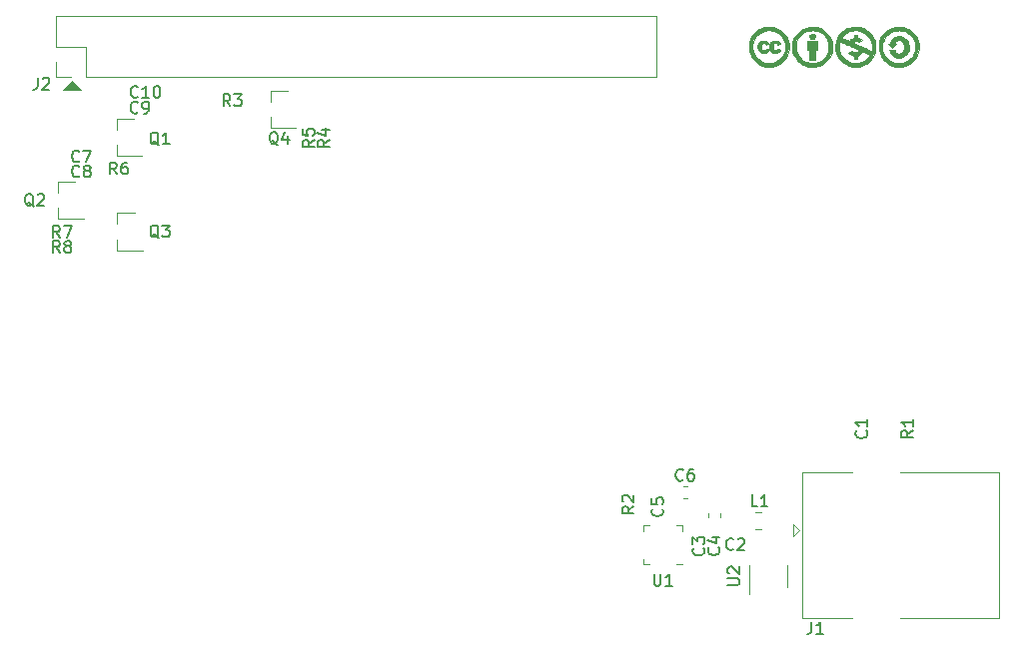
<source format=gbr>
G04 #@! TF.GenerationSoftware,KiCad,Pcbnew,(5.1.5)-3*
G04 #@! TF.CreationDate,2020-05-08T10:51:28+02:00*
G04 #@! TF.ProjectId,HB-RF-USB-2,48422d52-462d-4555-9342-2d322e6b6963,rev?*
G04 #@! TF.SameCoordinates,PX4c4b400PY7270e00*
G04 #@! TF.FileFunction,Legend,Top*
G04 #@! TF.FilePolarity,Positive*
%FSLAX46Y46*%
G04 Gerber Fmt 4.6, Leading zero omitted, Abs format (unit mm)*
G04 Created by KiCad (PCBNEW (5.1.5)-3) date 2020-05-08 10:51:28*
%MOMM*%
%LPD*%
G04 APERTURE LIST*
%ADD10C,0.100000*%
%ADD11C,0.120000*%
%ADD12C,0.010000*%
%ADD13C,0.150000*%
%ADD14C,0.300000*%
%ADD15R,2.000000X2.000000*%
%ADD16R,0.500000X1.100000*%
%ADD17R,0.500000X0.500000*%
%ADD18R,1.100000X0.500000*%
%ADD19R,0.850000X1.260000*%
%ADD20C,1.300000*%
%ADD21R,1.900000X1.900000*%
%ADD22O,1.900000X1.900000*%
%ADD23C,5.300000*%
%ADD24C,1.900000*%
%ADD25C,3.700000*%
%ADD26R,1.100000X1.000000*%
G04 APERTURE END LIST*
D10*
G36*
X9154000Y48880000D02*
G01*
X7630000Y48880000D01*
X8392000Y49642000D01*
X9154000Y48880000D01*
G37*
X9154000Y48880000D02*
X7630000Y48880000D01*
X8392000Y49642000D01*
X9154000Y48880000D01*
D11*
X60166200Y8586600D02*
X59666200Y8586600D01*
X56846200Y11906600D02*
X56846200Y11406600D01*
X57346200Y11906600D02*
X56846200Y11906600D01*
X60166200Y11906600D02*
X60166200Y11406600D01*
X59666200Y11906600D02*
X60166200Y11906600D01*
X56846200Y8586600D02*
X56846200Y9086600D01*
X57346200Y8586600D02*
X56846200Y8586600D01*
X69057000Y6705000D02*
X69057000Y8505000D01*
X65837000Y8505000D02*
X65837000Y6055000D01*
X57960000Y49900000D02*
X57960000Y55100000D01*
X9640000Y49900000D02*
X57960000Y49900000D01*
X7040000Y55100000D02*
X57960000Y55100000D01*
X9640000Y49900000D02*
X9640000Y52500000D01*
X9640000Y52500000D02*
X7040000Y52500000D01*
X7040000Y52500000D02*
X7040000Y55100000D01*
X8370000Y49900000D02*
X7040000Y49900000D01*
X7040000Y49900000D02*
X7040000Y51230000D01*
D12*
G36*
X78615863Y53381292D02*
G01*
X78740236Y53361857D01*
X78793044Y53347808D01*
X78942563Y53282594D01*
X79073657Y53188037D01*
X79183717Y53067452D01*
X79270137Y52924152D01*
X79330309Y52761451D01*
X79356197Y52632068D01*
X79366833Y52437543D01*
X79345871Y52254644D01*
X79294030Y52086325D01*
X79212027Y51935542D01*
X79174982Y51885776D01*
X79051305Y51760053D01*
X78908181Y51663760D01*
X78749140Y51598239D01*
X78577712Y51564835D01*
X78397428Y51564893D01*
X78347915Y51570788D01*
X78194663Y51610446D01*
X78056360Y51681036D01*
X77936961Y51778906D01*
X77840423Y51900408D01*
X77770704Y52041892D01*
X77745280Y52126664D01*
X77722758Y52221914D01*
X78150606Y52221914D01*
X78170631Y52142390D01*
X78205572Y52066030D01*
X78264467Y51997582D01*
X78336173Y51948650D01*
X78368425Y51936427D01*
X78413807Y51928876D01*
X78478801Y51923968D01*
X78528630Y51922863D01*
X78637261Y51937255D01*
X78727856Y51981215D01*
X78803932Y52056912D01*
X78842914Y52116428D01*
X78890443Y52226321D01*
X78919092Y52350795D01*
X78929433Y52482290D01*
X78922037Y52613248D01*
X78897476Y52736109D01*
X78856321Y52843315D01*
X78799146Y52927305D01*
X78780187Y52945771D01*
X78690683Y53001404D01*
X78584525Y53030349D01*
X78470570Y53031726D01*
X78357672Y53004652D01*
X78325662Y52991006D01*
X78264918Y52947452D01*
X78211847Y52884015D01*
X78176926Y52814571D01*
X78169880Y52784721D01*
X78172327Y52750398D01*
X78198296Y52733925D01*
X78214431Y52730292D01*
X78234184Y52725451D01*
X78242618Y52717184D01*
X78236866Y52701132D01*
X78214059Y52672938D01*
X78171331Y52628241D01*
X78105814Y52562684D01*
X78101038Y52557935D01*
X77937200Y52395028D01*
X77773320Y52557935D01*
X77609439Y52720843D01*
X77668998Y52729914D01*
X77707350Y52740031D01*
X77730664Y52762497D01*
X77748722Y52807933D01*
X77752539Y52820629D01*
X77816188Y52987508D01*
X77900813Y53125070D01*
X78007146Y53234110D01*
X78135919Y53315423D01*
X78247514Y53358645D01*
X78355521Y53379963D01*
X78482964Y53387419D01*
X78615863Y53381292D01*
G37*
X78615863Y53381292D02*
X78740236Y53361857D01*
X78793044Y53347808D01*
X78942563Y53282594D01*
X79073657Y53188037D01*
X79183717Y53067452D01*
X79270137Y52924152D01*
X79330309Y52761451D01*
X79356197Y52632068D01*
X79366833Y52437543D01*
X79345871Y52254644D01*
X79294030Y52086325D01*
X79212027Y51935542D01*
X79174982Y51885776D01*
X79051305Y51760053D01*
X78908181Y51663760D01*
X78749140Y51598239D01*
X78577712Y51564835D01*
X78397428Y51564893D01*
X78347915Y51570788D01*
X78194663Y51610446D01*
X78056360Y51681036D01*
X77936961Y51778906D01*
X77840423Y51900408D01*
X77770704Y52041892D01*
X77745280Y52126664D01*
X77722758Y52221914D01*
X78150606Y52221914D01*
X78170631Y52142390D01*
X78205572Y52066030D01*
X78264467Y51997582D01*
X78336173Y51948650D01*
X78368425Y51936427D01*
X78413807Y51928876D01*
X78478801Y51923968D01*
X78528630Y51922863D01*
X78637261Y51937255D01*
X78727856Y51981215D01*
X78803932Y52056912D01*
X78842914Y52116428D01*
X78890443Y52226321D01*
X78919092Y52350795D01*
X78929433Y52482290D01*
X78922037Y52613248D01*
X78897476Y52736109D01*
X78856321Y52843315D01*
X78799146Y52927305D01*
X78780187Y52945771D01*
X78690683Y53001404D01*
X78584525Y53030349D01*
X78470570Y53031726D01*
X78357672Y53004652D01*
X78325662Y52991006D01*
X78264918Y52947452D01*
X78211847Y52884015D01*
X78176926Y52814571D01*
X78169880Y52784721D01*
X78172327Y52750398D01*
X78198296Y52733925D01*
X78214431Y52730292D01*
X78234184Y52725451D01*
X78242618Y52717184D01*
X78236866Y52701132D01*
X78214059Y52672938D01*
X78171331Y52628241D01*
X78105814Y52562684D01*
X78101038Y52557935D01*
X77937200Y52395028D01*
X77773320Y52557935D01*
X77609439Y52720843D01*
X77668998Y52729914D01*
X77707350Y52740031D01*
X77730664Y52762497D01*
X77748722Y52807933D01*
X77752539Y52820629D01*
X77816188Y52987508D01*
X77900813Y53125070D01*
X78007146Y53234110D01*
X78135919Y53315423D01*
X78247514Y53358645D01*
X78355521Y53379963D01*
X78482964Y53387419D01*
X78615863Y53381292D01*
G36*
X71225371Y53593406D02*
G01*
X71303134Y53563601D01*
X71339367Y53535228D01*
X71381715Y53469661D01*
X71400280Y53389187D01*
X71395775Y53304709D01*
X71368913Y53227133D01*
X71320406Y53167364D01*
X71315045Y53163261D01*
X71249744Y53133172D01*
X71167937Y53119723D01*
X71086426Y53125156D01*
X71066734Y53130125D01*
X71000864Y53162978D01*
X70958604Y53216763D01*
X70937536Y53295664D01*
X70934057Y53359685D01*
X70935875Y53426508D01*
X70943924Y53469818D01*
X70962099Y53502311D01*
X70985756Y53528261D01*
X71055921Y53575525D01*
X71139379Y53597310D01*
X71225371Y53593406D01*
G37*
X71225371Y53593406D02*
X71303134Y53563601D01*
X71339367Y53535228D01*
X71381715Y53469661D01*
X71400280Y53389187D01*
X71395775Y53304709D01*
X71368913Y53227133D01*
X71320406Y53167364D01*
X71315045Y53163261D01*
X71249744Y53133172D01*
X71167937Y53119723D01*
X71086426Y53125156D01*
X71066734Y53130125D01*
X71000864Y53162978D01*
X70958604Y53216763D01*
X70937536Y53295664D01*
X70934057Y53359685D01*
X70935875Y53426508D01*
X70943924Y53469818D01*
X70962099Y53502311D01*
X70985756Y53528261D01*
X71055921Y53575525D01*
X71139379Y53597310D01*
X71225371Y53593406D01*
G36*
X71299425Y53019865D02*
G01*
X71401639Y53018658D01*
X71476733Y53016275D01*
X71529289Y53012411D01*
X71563885Y53006763D01*
X71585104Y52999026D01*
X71594975Y52991690D01*
X71604827Y52976906D01*
X71612180Y52951800D01*
X71617374Y52911596D01*
X71620751Y52851519D01*
X71622653Y52766793D01*
X71623420Y52652641D01*
X71623485Y52592547D01*
X71623485Y52221914D01*
X71423914Y52221914D01*
X71423914Y51387343D01*
X70897771Y51387343D01*
X70897771Y52221914D01*
X70698200Y52221914D01*
X70698200Y52591031D01*
X70698459Y52716894D01*
X70699512Y52811473D01*
X70701777Y52879766D01*
X70705667Y52926771D01*
X70711598Y52957489D01*
X70719987Y52976917D01*
X70731248Y52990056D01*
X70731378Y52990174D01*
X70746441Y53000129D01*
X70769846Y53007651D01*
X70806310Y53013068D01*
X70860548Y53016705D01*
X70937279Y53018888D01*
X71041217Y53019944D01*
X71165511Y53020200D01*
X71299425Y53019865D01*
G37*
X71299425Y53019865D02*
X71401639Y53018658D01*
X71476733Y53016275D01*
X71529289Y53012411D01*
X71563885Y53006763D01*
X71585104Y52999026D01*
X71594975Y52991690D01*
X71604827Y52976906D01*
X71612180Y52951800D01*
X71617374Y52911596D01*
X71620751Y52851519D01*
X71622653Y52766793D01*
X71623420Y52652641D01*
X71623485Y52592547D01*
X71623485Y52221914D01*
X71423914Y52221914D01*
X71423914Y51387343D01*
X70897771Y51387343D01*
X70897771Y52221914D01*
X70698200Y52221914D01*
X70698200Y52591031D01*
X70698459Y52716894D01*
X70699512Y52811473D01*
X70701777Y52879766D01*
X70705667Y52926771D01*
X70711598Y52957489D01*
X70719987Y52976917D01*
X70731248Y52990056D01*
X70731378Y52990174D01*
X70746441Y53000129D01*
X70769846Y53007651D01*
X70806310Y53013068D01*
X70860548Y53016705D01*
X70937279Y53018888D01*
X71041217Y53019944D01*
X71165511Y53020200D01*
X71299425Y53019865D01*
G36*
X68059062Y53017996D02*
G01*
X68165650Y53003446D01*
X68257276Y52976193D01*
X68290531Y52959851D01*
X68345085Y52922023D01*
X68395212Y52877366D01*
X68434119Y52833293D01*
X68455016Y52797219D01*
X68455035Y52780263D01*
X68435069Y52764859D01*
X68392199Y52739530D01*
X68342842Y52713430D01*
X68239843Y52661471D01*
X68206424Y52705853D01*
X68166386Y52744566D01*
X68114864Y52777927D01*
X68111803Y52779421D01*
X68036701Y52796830D01*
X67961106Y52783487D01*
X67896334Y52742732D01*
X67867935Y52707444D01*
X67831996Y52619639D01*
X67818609Y52519648D01*
X67826906Y52418268D01*
X67856018Y52326298D01*
X67904275Y52255333D01*
X67942800Y52223231D01*
X67984232Y52207919D01*
X68044467Y52203787D01*
X68050340Y52203771D01*
X68110173Y52206636D01*
X68150687Y52219952D01*
X68188694Y52250800D01*
X68207134Y52269818D01*
X68269424Y52335865D01*
X68360146Y52293374D01*
X68412010Y52267304D01*
X68448932Y52245435D01*
X68460017Y52236076D01*
X68456419Y52210411D01*
X68429768Y52170945D01*
X68386747Y52124672D01*
X68334039Y52078584D01*
X68278328Y52039676D01*
X68265074Y52032086D01*
X68160154Y51992022D01*
X68039412Y51972962D01*
X67917470Y51976167D01*
X67831628Y51994707D01*
X67721660Y52048916D01*
X67630555Y52133270D01*
X67565822Y52234951D01*
X67539930Y52293283D01*
X67524655Y52346224D01*
X67517366Y52407397D01*
X67515428Y52490424D01*
X67515424Y52495666D01*
X67516945Y52578399D01*
X67523348Y52638379D01*
X67537394Y52689073D01*
X67561846Y52743953D01*
X67569393Y52758899D01*
X67639804Y52862981D01*
X67730332Y52944417D01*
X67833877Y52997124D01*
X67855070Y53003560D01*
X67951030Y53018486D01*
X68059062Y53017996D01*
G37*
X68059062Y53017996D02*
X68165650Y53003446D01*
X68257276Y52976193D01*
X68290531Y52959851D01*
X68345085Y52922023D01*
X68395212Y52877366D01*
X68434119Y52833293D01*
X68455016Y52797219D01*
X68455035Y52780263D01*
X68435069Y52764859D01*
X68392199Y52739530D01*
X68342842Y52713430D01*
X68239843Y52661471D01*
X68206424Y52705853D01*
X68166386Y52744566D01*
X68114864Y52777927D01*
X68111803Y52779421D01*
X68036701Y52796830D01*
X67961106Y52783487D01*
X67896334Y52742732D01*
X67867935Y52707444D01*
X67831996Y52619639D01*
X67818609Y52519648D01*
X67826906Y52418268D01*
X67856018Y52326298D01*
X67904275Y52255333D01*
X67942800Y52223231D01*
X67984232Y52207919D01*
X68044467Y52203787D01*
X68050340Y52203771D01*
X68110173Y52206636D01*
X68150687Y52219952D01*
X68188694Y52250800D01*
X68207134Y52269818D01*
X68269424Y52335865D01*
X68360146Y52293374D01*
X68412010Y52267304D01*
X68448932Y52245435D01*
X68460017Y52236076D01*
X68456419Y52210411D01*
X68429768Y52170945D01*
X68386747Y52124672D01*
X68334039Y52078584D01*
X68278328Y52039676D01*
X68265074Y52032086D01*
X68160154Y51992022D01*
X68039412Y51972962D01*
X67917470Y51976167D01*
X67831628Y51994707D01*
X67721660Y52048916D01*
X67630555Y52133270D01*
X67565822Y52234951D01*
X67539930Y52293283D01*
X67524655Y52346224D01*
X67517366Y52407397D01*
X67515428Y52490424D01*
X67515424Y52495666D01*
X67516945Y52578399D01*
X67523348Y52638379D01*
X67537394Y52689073D01*
X67561846Y52743953D01*
X67569393Y52758899D01*
X67639804Y52862981D01*
X67730332Y52944417D01*
X67833877Y52997124D01*
X67855070Y53003560D01*
X67951030Y53018486D01*
X68059062Y53017996D01*
G36*
X67140247Y53012639D02*
G01*
X67226754Y52995039D01*
X67235169Y52992235D01*
X67283665Y52968167D01*
X67339369Y52930403D01*
X67393792Y52886143D01*
X67438449Y52842590D01*
X67464852Y52806946D01*
X67468556Y52794173D01*
X67453680Y52776526D01*
X67414899Y52748476D01*
X67360948Y52716288D01*
X67253555Y52657304D01*
X67215109Y52711297D01*
X67155365Y52766283D01*
X67080200Y52792439D01*
X66999419Y52787020D01*
X66974917Y52778561D01*
X66912112Y52740514D01*
X66870399Y52684477D01*
X66846140Y52604143D01*
X66838480Y52542035D01*
X66839092Y52426033D01*
X66862593Y52335118D01*
X66910199Y52265274D01*
X66927089Y52249722D01*
X66992578Y52214092D01*
X67067287Y52202839D01*
X67140616Y52214662D01*
X67201966Y52248258D01*
X67233987Y52287418D01*
X67255476Y52317528D01*
X67282313Y52327835D01*
X67322082Y52317958D01*
X67382367Y52287514D01*
X67397096Y52279185D01*
X67487420Y52227598D01*
X67412386Y52142355D01*
X67325229Y52059357D01*
X67232786Y52006972D01*
X67124638Y51980243D01*
X67060557Y51974912D01*
X66987395Y51974166D01*
X66921156Y51977535D01*
X66879128Y51983701D01*
X66765971Y52031182D01*
X66668017Y52107514D01*
X66592483Y52206154D01*
X66561512Y52271748D01*
X66531820Y52394274D01*
X66526147Y52528697D01*
X66544452Y52659747D01*
X66562645Y52719395D01*
X66610303Y52808242D01*
X66680269Y52890880D01*
X66762595Y52957562D01*
X66847333Y52998541D01*
X66847636Y52998632D01*
X66934349Y53014706D01*
X67037332Y53019285D01*
X67140247Y53012639D01*
G37*
X67140247Y53012639D02*
X67226754Y52995039D01*
X67235169Y52992235D01*
X67283665Y52968167D01*
X67339369Y52930403D01*
X67393792Y52886143D01*
X67438449Y52842590D01*
X67464852Y52806946D01*
X67468556Y52794173D01*
X67453680Y52776526D01*
X67414899Y52748476D01*
X67360948Y52716288D01*
X67253555Y52657304D01*
X67215109Y52711297D01*
X67155365Y52766283D01*
X67080200Y52792439D01*
X66999419Y52787020D01*
X66974917Y52778561D01*
X66912112Y52740514D01*
X66870399Y52684477D01*
X66846140Y52604143D01*
X66838480Y52542035D01*
X66839092Y52426033D01*
X66862593Y52335118D01*
X66910199Y52265274D01*
X66927089Y52249722D01*
X66992578Y52214092D01*
X67067287Y52202839D01*
X67140616Y52214662D01*
X67201966Y52248258D01*
X67233987Y52287418D01*
X67255476Y52317528D01*
X67282313Y52327835D01*
X67322082Y52317958D01*
X67382367Y52287514D01*
X67397096Y52279185D01*
X67487420Y52227598D01*
X67412386Y52142355D01*
X67325229Y52059357D01*
X67232786Y52006972D01*
X67124638Y51980243D01*
X67060557Y51974912D01*
X66987395Y51974166D01*
X66921156Y51977535D01*
X66879128Y51983701D01*
X66765971Y52031182D01*
X66668017Y52107514D01*
X66592483Y52206154D01*
X66561512Y52271748D01*
X66531820Y52394274D01*
X66526147Y52528697D01*
X66544452Y52659747D01*
X66562645Y52719395D01*
X66610303Y52808242D01*
X66680269Y52890880D01*
X66762595Y52957562D01*
X66847333Y52998541D01*
X66847636Y52998632D01*
X66934349Y53014706D01*
X67037332Y53019285D01*
X67140247Y53012639D01*
G36*
X78655042Y54190135D02*
G01*
X78900189Y54150690D01*
X79034843Y54114109D01*
X79253462Y54027138D01*
X79458807Y53907884D01*
X79647496Y53758977D01*
X79816145Y53583044D01*
X79947083Y53405193D01*
X80056121Y53203795D01*
X80134969Y52987074D01*
X80183661Y52759783D01*
X80202229Y52526679D01*
X80190708Y52292518D01*
X80149131Y52062056D01*
X80077530Y51840047D01*
X79975940Y51631249D01*
X79934176Y51563502D01*
X79795365Y51382632D01*
X79628586Y51218891D01*
X79439771Y51076475D01*
X79234855Y50959585D01*
X79019773Y50872418D01*
X78914982Y50842447D01*
X78747354Y50811622D01*
X78565977Y50796476D01*
X78384461Y50797321D01*
X78216417Y50814467D01*
X78159540Y50825188D01*
X77925687Y50890989D01*
X77713288Y50983178D01*
X77517381Y51104556D01*
X77333006Y51257922D01*
X77254365Y51336146D01*
X77095935Y51526522D01*
X76970568Y51731769D01*
X76878491Y51951321D01*
X76819930Y52184611D01*
X76795111Y52431070D01*
X76794200Y52489960D01*
X76795035Y52504247D01*
X77105454Y52504247D01*
X77108958Y52365346D01*
X77122920Y52241529D01*
X77128859Y52210845D01*
X77190845Y52007550D01*
X77284113Y51816845D01*
X77405097Y51642000D01*
X77550233Y51486282D01*
X77715955Y51352959D01*
X77898698Y51245300D01*
X78094898Y51166574D01*
X78300989Y51120047D01*
X78321699Y51117328D01*
X78479550Y51108521D01*
X78648978Y51116981D01*
X78810403Y51141449D01*
X78853271Y51151449D01*
X79041078Y51216801D01*
X79223822Y51313218D01*
X79394635Y51435521D01*
X79546649Y51578535D01*
X79672994Y51737083D01*
X79711752Y51798461D01*
X79797762Y51978541D01*
X79857016Y52176551D01*
X79888511Y52384855D01*
X79891243Y52595819D01*
X79864207Y52801810D01*
X79851066Y52857944D01*
X79784093Y53047777D01*
X79685534Y53229608D01*
X79560016Y53397798D01*
X79412160Y53546707D01*
X79246592Y53670696D01*
X79131719Y53735227D01*
X79001485Y53794956D01*
X78886660Y53836460D01*
X78774643Y53862636D01*
X78652832Y53876383D01*
X78508624Y53880600D01*
X78499628Y53880613D01*
X78322995Y53873392D01*
X78168448Y53849777D01*
X78024451Y53807020D01*
X77879469Y53742373D01*
X77846485Y53725042D01*
X77667017Y53608621D01*
X77504249Y53463494D01*
X77362705Y53295138D01*
X77246908Y53109028D01*
X77161380Y52910641D01*
X77153165Y52885638D01*
X77128011Y52776974D01*
X77111956Y52645649D01*
X77105454Y52504247D01*
X76795035Y52504247D01*
X76808502Y52734632D01*
X76852455Y52960831D01*
X76927630Y53173066D01*
X77035596Y53375845D01*
X77166897Y53560004D01*
X77333983Y53740865D01*
X77521258Y53892934D01*
X77725712Y54015319D01*
X77944329Y54107125D01*
X78174099Y54167459D01*
X78412007Y54195427D01*
X78655042Y54190135D01*
G37*
X78655042Y54190135D02*
X78900189Y54150690D01*
X79034843Y54114109D01*
X79253462Y54027138D01*
X79458807Y53907884D01*
X79647496Y53758977D01*
X79816145Y53583044D01*
X79947083Y53405193D01*
X80056121Y53203795D01*
X80134969Y52987074D01*
X80183661Y52759783D01*
X80202229Y52526679D01*
X80190708Y52292518D01*
X80149131Y52062056D01*
X80077530Y51840047D01*
X79975940Y51631249D01*
X79934176Y51563502D01*
X79795365Y51382632D01*
X79628586Y51218891D01*
X79439771Y51076475D01*
X79234855Y50959585D01*
X79019773Y50872418D01*
X78914982Y50842447D01*
X78747354Y50811622D01*
X78565977Y50796476D01*
X78384461Y50797321D01*
X78216417Y50814467D01*
X78159540Y50825188D01*
X77925687Y50890989D01*
X77713288Y50983178D01*
X77517381Y51104556D01*
X77333006Y51257922D01*
X77254365Y51336146D01*
X77095935Y51526522D01*
X76970568Y51731769D01*
X76878491Y51951321D01*
X76819930Y52184611D01*
X76795111Y52431070D01*
X76794200Y52489960D01*
X76795035Y52504247D01*
X77105454Y52504247D01*
X77108958Y52365346D01*
X77122920Y52241529D01*
X77128859Y52210845D01*
X77190845Y52007550D01*
X77284113Y51816845D01*
X77405097Y51642000D01*
X77550233Y51486282D01*
X77715955Y51352959D01*
X77898698Y51245300D01*
X78094898Y51166574D01*
X78300989Y51120047D01*
X78321699Y51117328D01*
X78479550Y51108521D01*
X78648978Y51116981D01*
X78810403Y51141449D01*
X78853271Y51151449D01*
X79041078Y51216801D01*
X79223822Y51313218D01*
X79394635Y51435521D01*
X79546649Y51578535D01*
X79672994Y51737083D01*
X79711752Y51798461D01*
X79797762Y51978541D01*
X79857016Y52176551D01*
X79888511Y52384855D01*
X79891243Y52595819D01*
X79864207Y52801810D01*
X79851066Y52857944D01*
X79784093Y53047777D01*
X79685534Y53229608D01*
X79560016Y53397798D01*
X79412160Y53546707D01*
X79246592Y53670696D01*
X79131719Y53735227D01*
X79001485Y53794956D01*
X78886660Y53836460D01*
X78774643Y53862636D01*
X78652832Y53876383D01*
X78508624Y53880600D01*
X78499628Y53880613D01*
X78322995Y53873392D01*
X78168448Y53849777D01*
X78024451Y53807020D01*
X77879469Y53742373D01*
X77846485Y53725042D01*
X77667017Y53608621D01*
X77504249Y53463494D01*
X77362705Y53295138D01*
X77246908Y53109028D01*
X77161380Y52910641D01*
X77153165Y52885638D01*
X77128011Y52776974D01*
X77111956Y52645649D01*
X77105454Y52504247D01*
X76795035Y52504247D01*
X76808502Y52734632D01*
X76852455Y52960831D01*
X76927630Y53173066D01*
X77035596Y53375845D01*
X77166897Y53560004D01*
X77333983Y53740865D01*
X77521258Y53892934D01*
X77725712Y54015319D01*
X77944329Y54107125D01*
X78174099Y54167459D01*
X78412007Y54195427D01*
X78655042Y54190135D01*
G36*
X74988697Y54190152D02*
G01*
X75224164Y54153043D01*
X75450441Y54086157D01*
X75662038Y53990188D01*
X75765326Y53928445D01*
X75964299Y53777397D01*
X76136677Y53602969D01*
X76280765Y53407526D01*
X76394870Y53193433D01*
X76477297Y52963055D01*
X76489102Y52918183D01*
X76515028Y52775019D01*
X76529051Y52610546D01*
X76531166Y52437558D01*
X76521370Y52268850D01*
X76499655Y52117216D01*
X76489428Y52071304D01*
X76419223Y51851186D01*
X76321918Y51651050D01*
X76194584Y51465898D01*
X76034296Y51290732D01*
X76029644Y51286248D01*
X75863378Y51141051D01*
X75696065Y51025949D01*
X75519083Y50935551D01*
X75388476Y50885324D01*
X75159211Y50824674D01*
X74922141Y50794944D01*
X74685938Y50796821D01*
X74526343Y50817200D01*
X74301031Y50875819D01*
X74085007Y50966650D01*
X73882024Y51086426D01*
X73695831Y51231879D01*
X73530180Y51399742D01*
X73388822Y51586747D01*
X73275508Y51789626D01*
X73205383Y51967914D01*
X73171658Y52083090D01*
X73148960Y52188870D01*
X73135973Y52296395D01*
X73131383Y52416810D01*
X73132809Y52499547D01*
X73438086Y52499547D01*
X73446632Y52323172D01*
X73473528Y52166789D01*
X73521678Y52017557D01*
X73572579Y51904414D01*
X73689947Y51706095D01*
X73831831Y51534455D01*
X73998926Y51388801D01*
X74191926Y51268439D01*
X74229185Y51249546D01*
X74340804Y51198281D01*
X74440825Y51161756D01*
X74539293Y51138010D01*
X74646252Y51125085D01*
X74771748Y51121018D01*
X74880128Y51122499D01*
X74995983Y51126738D01*
X75084621Y51133327D01*
X75155089Y51143406D01*
X75216436Y51158113D01*
X75251665Y51169303D01*
X75416652Y51234157D01*
X75559814Y51310599D01*
X75692874Y51405938D01*
X75827552Y51527483D01*
X75830205Y51530095D01*
X75908537Y51611532D01*
X75971661Y51685532D01*
X76016632Y51747985D01*
X76040507Y51794779D01*
X76040342Y51821804D01*
X76039631Y51822581D01*
X76018910Y51834468D01*
X75971657Y51857656D01*
X75904482Y51889188D01*
X75823992Y51926103D01*
X75736795Y51965442D01*
X75649500Y52004245D01*
X75568716Y52039554D01*
X75501049Y52068408D01*
X75453109Y52087848D01*
X75431547Y52094914D01*
X75417663Y52079669D01*
X75400658Y52042474D01*
X75398900Y52037565D01*
X75346069Y51938962D01*
X75263608Y51853583D01*
X75157131Y51786025D01*
X75038408Y51742425D01*
X74952700Y51720506D01*
X74950576Y51594746D01*
X74948453Y51468986D01*
X74753128Y51468986D01*
X74742558Y51727540D01*
X74635866Y51739611D01*
X74540875Y51760760D01*
X74436110Y51800386D01*
X74337661Y51851517D01*
X74273566Y51896603D01*
X74229431Y51933739D01*
X74350051Y52054359D01*
X74470671Y52174978D01*
X74512340Y52135833D01*
X74584044Y52085380D01*
X74672633Y52047938D01*
X74768497Y52025121D01*
X74862026Y52018543D01*
X74943608Y52029818D01*
X74996283Y52054571D01*
X75025972Y52083139D01*
X75039906Y52119433D01*
X75043414Y52177463D01*
X75043414Y52178480D01*
X75041309Y52233070D01*
X75030340Y52264687D01*
X75003523Y52286595D01*
X74979914Y52299098D01*
X74929055Y52323554D01*
X74853745Y52358295D01*
X74758073Y52401546D01*
X74646126Y52451530D01*
X74521993Y52506472D01*
X74389760Y52564597D01*
X74253515Y52624129D01*
X74117345Y52683293D01*
X73985340Y52740313D01*
X73861585Y52793413D01*
X73750169Y52840818D01*
X73655180Y52880752D01*
X73580705Y52911440D01*
X73530831Y52931106D01*
X73509646Y52937975D01*
X73509279Y52937900D01*
X73493794Y52911871D01*
X73478046Y52857514D01*
X73463323Y52782758D01*
X73450912Y52695525D01*
X73442099Y52603744D01*
X73438174Y52515339D01*
X73438086Y52499547D01*
X73132809Y52499547D01*
X73133873Y52561256D01*
X73134216Y52570832D01*
X73154245Y52800286D01*
X73198187Y53007186D01*
X73268469Y53198221D01*
X73305929Y53266998D01*
X73673830Y53266998D01*
X73689366Y53250269D01*
X73729922Y53225585D01*
X73786744Y53198268D01*
X73787222Y53198061D01*
X73850691Y53170402D01*
X73935329Y53133209D01*
X74029176Y53091748D01*
X74104574Y53058280D01*
X74308734Y52967424D01*
X74345460Y53039413D01*
X74410679Y53127462D01*
X74506988Y53197216D01*
X74633996Y53248422D01*
X74694164Y53263845D01*
X74720279Y53271445D01*
X74735197Y53285500D01*
X74742050Y53314653D01*
X74743969Y53367543D01*
X74744057Y53401546D01*
X74744057Y53528200D01*
X74943628Y53528200D01*
X74943628Y53275844D01*
X75011664Y53264692D01*
X75094314Y53245538D01*
X75182644Y53216176D01*
X75263514Y53181666D01*
X75323784Y53147067D01*
X75330585Y53141903D01*
X75380583Y53101843D01*
X75161821Y52885737D01*
X75075896Y52927483D01*
X74983213Y52962018D01*
X74890675Y52978189D01*
X74805122Y52976712D01*
X74733395Y52958304D01*
X74682334Y52923681D01*
X74660760Y52883996D01*
X74657120Y52843136D01*
X74664650Y52820227D01*
X74684420Y52809421D01*
X74733275Y52785933D01*
X74807103Y52751590D01*
X74901796Y52708224D01*
X75013246Y52657662D01*
X75137342Y52601736D01*
X75269975Y52542273D01*
X75407037Y52481104D01*
X75544418Y52420058D01*
X75678009Y52360964D01*
X75803701Y52305653D01*
X75917384Y52255952D01*
X76014950Y52213692D01*
X76092289Y52180702D01*
X76145291Y52158812D01*
X76169849Y52149851D01*
X76170692Y52149731D01*
X76188942Y52165017D01*
X76202029Y52199236D01*
X76224211Y52361465D01*
X76226727Y52540107D01*
X76210374Y52721612D01*
X76175953Y52892430D01*
X76157503Y52954131D01*
X76082541Y53126998D01*
X75976772Y53294410D01*
X75845673Y53450572D01*
X75694722Y53589688D01*
X75529395Y53705962D01*
X75369948Y53787507D01*
X75167992Y53853228D01*
X74956743Y53886300D01*
X74741763Y53887178D01*
X74528615Y53856319D01*
X74322861Y53794178D01*
X74130066Y53701211D01*
X74100801Y53683512D01*
X74045157Y53644224D01*
X73979194Y53590580D01*
X73908394Y53527930D01*
X73838244Y53461624D01*
X73774228Y53397013D01*
X73721831Y53339446D01*
X73686538Y53294275D01*
X73673830Y53266998D01*
X73305929Y53266998D01*
X73367519Y53380077D01*
X73489243Y53548898D01*
X73635939Y53709608D01*
X73802483Y53853816D01*
X73981518Y53976261D01*
X74165689Y54071683D01*
X74282046Y54115881D01*
X74512149Y54172264D01*
X74749529Y54196790D01*
X74988697Y54190152D01*
G37*
X74988697Y54190152D02*
X75224164Y54153043D01*
X75450441Y54086157D01*
X75662038Y53990188D01*
X75765326Y53928445D01*
X75964299Y53777397D01*
X76136677Y53602969D01*
X76280765Y53407526D01*
X76394870Y53193433D01*
X76477297Y52963055D01*
X76489102Y52918183D01*
X76515028Y52775019D01*
X76529051Y52610546D01*
X76531166Y52437558D01*
X76521370Y52268850D01*
X76499655Y52117216D01*
X76489428Y52071304D01*
X76419223Y51851186D01*
X76321918Y51651050D01*
X76194584Y51465898D01*
X76034296Y51290732D01*
X76029644Y51286248D01*
X75863378Y51141051D01*
X75696065Y51025949D01*
X75519083Y50935551D01*
X75388476Y50885324D01*
X75159211Y50824674D01*
X74922141Y50794944D01*
X74685938Y50796821D01*
X74526343Y50817200D01*
X74301031Y50875819D01*
X74085007Y50966650D01*
X73882024Y51086426D01*
X73695831Y51231879D01*
X73530180Y51399742D01*
X73388822Y51586747D01*
X73275508Y51789626D01*
X73205383Y51967914D01*
X73171658Y52083090D01*
X73148960Y52188870D01*
X73135973Y52296395D01*
X73131383Y52416810D01*
X73132809Y52499547D01*
X73438086Y52499547D01*
X73446632Y52323172D01*
X73473528Y52166789D01*
X73521678Y52017557D01*
X73572579Y51904414D01*
X73689947Y51706095D01*
X73831831Y51534455D01*
X73998926Y51388801D01*
X74191926Y51268439D01*
X74229185Y51249546D01*
X74340804Y51198281D01*
X74440825Y51161756D01*
X74539293Y51138010D01*
X74646252Y51125085D01*
X74771748Y51121018D01*
X74880128Y51122499D01*
X74995983Y51126738D01*
X75084621Y51133327D01*
X75155089Y51143406D01*
X75216436Y51158113D01*
X75251665Y51169303D01*
X75416652Y51234157D01*
X75559814Y51310599D01*
X75692874Y51405938D01*
X75827552Y51527483D01*
X75830205Y51530095D01*
X75908537Y51611532D01*
X75971661Y51685532D01*
X76016632Y51747985D01*
X76040507Y51794779D01*
X76040342Y51821804D01*
X76039631Y51822581D01*
X76018910Y51834468D01*
X75971657Y51857656D01*
X75904482Y51889188D01*
X75823992Y51926103D01*
X75736795Y51965442D01*
X75649500Y52004245D01*
X75568716Y52039554D01*
X75501049Y52068408D01*
X75453109Y52087848D01*
X75431547Y52094914D01*
X75417663Y52079669D01*
X75400658Y52042474D01*
X75398900Y52037565D01*
X75346069Y51938962D01*
X75263608Y51853583D01*
X75157131Y51786025D01*
X75038408Y51742425D01*
X74952700Y51720506D01*
X74950576Y51594746D01*
X74948453Y51468986D01*
X74753128Y51468986D01*
X74742558Y51727540D01*
X74635866Y51739611D01*
X74540875Y51760760D01*
X74436110Y51800386D01*
X74337661Y51851517D01*
X74273566Y51896603D01*
X74229431Y51933739D01*
X74350051Y52054359D01*
X74470671Y52174978D01*
X74512340Y52135833D01*
X74584044Y52085380D01*
X74672633Y52047938D01*
X74768497Y52025121D01*
X74862026Y52018543D01*
X74943608Y52029818D01*
X74996283Y52054571D01*
X75025972Y52083139D01*
X75039906Y52119433D01*
X75043414Y52177463D01*
X75043414Y52178480D01*
X75041309Y52233070D01*
X75030340Y52264687D01*
X75003523Y52286595D01*
X74979914Y52299098D01*
X74929055Y52323554D01*
X74853745Y52358295D01*
X74758073Y52401546D01*
X74646126Y52451530D01*
X74521993Y52506472D01*
X74389760Y52564597D01*
X74253515Y52624129D01*
X74117345Y52683293D01*
X73985340Y52740313D01*
X73861585Y52793413D01*
X73750169Y52840818D01*
X73655180Y52880752D01*
X73580705Y52911440D01*
X73530831Y52931106D01*
X73509646Y52937975D01*
X73509279Y52937900D01*
X73493794Y52911871D01*
X73478046Y52857514D01*
X73463323Y52782758D01*
X73450912Y52695525D01*
X73442099Y52603744D01*
X73438174Y52515339D01*
X73438086Y52499547D01*
X73132809Y52499547D01*
X73133873Y52561256D01*
X73134216Y52570832D01*
X73154245Y52800286D01*
X73198187Y53007186D01*
X73268469Y53198221D01*
X73305929Y53266998D01*
X73673830Y53266998D01*
X73689366Y53250269D01*
X73729922Y53225585D01*
X73786744Y53198268D01*
X73787222Y53198061D01*
X73850691Y53170402D01*
X73935329Y53133209D01*
X74029176Y53091748D01*
X74104574Y53058280D01*
X74308734Y52967424D01*
X74345460Y53039413D01*
X74410679Y53127462D01*
X74506988Y53197216D01*
X74633996Y53248422D01*
X74694164Y53263845D01*
X74720279Y53271445D01*
X74735197Y53285500D01*
X74742050Y53314653D01*
X74743969Y53367543D01*
X74744057Y53401546D01*
X74744057Y53528200D01*
X74943628Y53528200D01*
X74943628Y53275844D01*
X75011664Y53264692D01*
X75094314Y53245538D01*
X75182644Y53216176D01*
X75263514Y53181666D01*
X75323784Y53147067D01*
X75330585Y53141903D01*
X75380583Y53101843D01*
X75161821Y52885737D01*
X75075896Y52927483D01*
X74983213Y52962018D01*
X74890675Y52978189D01*
X74805122Y52976712D01*
X74733395Y52958304D01*
X74682334Y52923681D01*
X74660760Y52883996D01*
X74657120Y52843136D01*
X74664650Y52820227D01*
X74684420Y52809421D01*
X74733275Y52785933D01*
X74807103Y52751590D01*
X74901796Y52708224D01*
X75013246Y52657662D01*
X75137342Y52601736D01*
X75269975Y52542273D01*
X75407037Y52481104D01*
X75544418Y52420058D01*
X75678009Y52360964D01*
X75803701Y52305653D01*
X75917384Y52255952D01*
X76014950Y52213692D01*
X76092289Y52180702D01*
X76145291Y52158812D01*
X76169849Y52149851D01*
X76170692Y52149731D01*
X76188942Y52165017D01*
X76202029Y52199236D01*
X76224211Y52361465D01*
X76226727Y52540107D01*
X76210374Y52721612D01*
X76175953Y52892430D01*
X76157503Y52954131D01*
X76082541Y53126998D01*
X75976772Y53294410D01*
X75845673Y53450572D01*
X75694722Y53589688D01*
X75529395Y53705962D01*
X75369948Y53787507D01*
X75167992Y53853228D01*
X74956743Y53886300D01*
X74741763Y53887178D01*
X74528615Y53856319D01*
X74322861Y53794178D01*
X74130066Y53701211D01*
X74100801Y53683512D01*
X74045157Y53644224D01*
X73979194Y53590580D01*
X73908394Y53527930D01*
X73838244Y53461624D01*
X73774228Y53397013D01*
X73721831Y53339446D01*
X73686538Y53294275D01*
X73673830Y53266998D01*
X73305929Y53266998D01*
X73367519Y53380077D01*
X73489243Y53548898D01*
X73635939Y53709608D01*
X73802483Y53853816D01*
X73981518Y53976261D01*
X74165689Y54071683D01*
X74282046Y54115881D01*
X74512149Y54172264D01*
X74749529Y54196790D01*
X74988697Y54190152D01*
G36*
X71348057Y54188460D02*
G01*
X71581121Y54149946D01*
X71804431Y54081014D01*
X71997367Y53990424D01*
X72204462Y53854641D01*
X72387830Y53693293D01*
X72545230Y53509287D01*
X72674426Y53305529D01*
X72773176Y53084927D01*
X72824288Y52916810D01*
X72849519Y52776519D01*
X72863347Y52614680D01*
X72865765Y52443990D01*
X72856768Y52277143D01*
X72836351Y52126838D01*
X72824685Y52072975D01*
X72753329Y51849680D01*
X72653460Y51645900D01*
X72522677Y51457495D01*
X72373420Y51294600D01*
X72177996Y51127894D01*
X71968416Y50994274D01*
X71742743Y50892658D01*
X71546478Y50832983D01*
X71445623Y50814998D01*
X71321420Y50802965D01*
X71186366Y50797203D01*
X71052959Y50798030D01*
X70933695Y50805764D01*
X70864515Y50815612D01*
X70633069Y50874872D01*
X70421446Y50961134D01*
X70224991Y51076951D01*
X70039053Y51224879D01*
X69934156Y51326436D01*
X69775914Y51510694D01*
X69651330Y51703278D01*
X69558003Y51908459D01*
X69501469Y52095911D01*
X69482283Y52205473D01*
X69469883Y52338319D01*
X69464446Y52482525D01*
X69464529Y52489593D01*
X69773033Y52489593D01*
X69779985Y52333545D01*
X69801072Y52192771D01*
X69806959Y52167787D01*
X69876996Y51963307D01*
X69979377Y51770470D01*
X70110746Y51594433D01*
X70267744Y51440354D01*
X70294954Y51418134D01*
X70406494Y51334402D01*
X70507613Y51271036D01*
X70611387Y51220758D01*
X70727268Y51177501D01*
X70931210Y51127227D01*
X71145515Y51108080D01*
X71361431Y51120345D01*
X71523557Y51151449D01*
X71712739Y51217404D01*
X71895161Y51314544D01*
X72064941Y51438029D01*
X72216197Y51583016D01*
X72343047Y51744664D01*
X72430263Y51897797D01*
X72483838Y52022246D01*
X72520618Y52137641D01*
X72543165Y52256130D01*
X72554041Y52389858D01*
X72556075Y52494057D01*
X72552707Y52639099D01*
X72539954Y52761106D01*
X72514899Y52872747D01*
X72474628Y52986691D01*
X72416225Y53115608D01*
X72410240Y53127847D01*
X72369867Y53206033D01*
X72330759Y53270267D01*
X72285752Y53330093D01*
X72227683Y53395057D01*
X72151546Y53472561D01*
X72057558Y53562232D01*
X71976510Y53630249D01*
X71899257Y53683751D01*
X71831950Y53721994D01*
X71623982Y53811060D01*
X71407569Y53866214D01*
X71186766Y53887156D01*
X70965623Y53873589D01*
X70748193Y53825213D01*
X70690855Y53806218D01*
X70507641Y53722750D01*
X70334447Y53608250D01*
X70176017Y53467586D01*
X70037098Y53305626D01*
X69922436Y53127239D01*
X69836776Y52937293D01*
X69832785Y52925989D01*
X69799853Y52798153D01*
X69779796Y52648575D01*
X69773033Y52489593D01*
X69464529Y52489593D01*
X69466148Y52626167D01*
X69475164Y52757320D01*
X69490211Y52857358D01*
X69556324Y53083479D01*
X69655019Y53298811D01*
X69783272Y53499554D01*
X69938058Y53681905D01*
X70116353Y53842063D01*
X70315131Y53976224D01*
X70427222Y54035235D01*
X70644821Y54119945D01*
X70874458Y54173615D01*
X71110686Y54196402D01*
X71348057Y54188460D01*
G37*
X71348057Y54188460D02*
X71581121Y54149946D01*
X71804431Y54081014D01*
X71997367Y53990424D01*
X72204462Y53854641D01*
X72387830Y53693293D01*
X72545230Y53509287D01*
X72674426Y53305529D01*
X72773176Y53084927D01*
X72824288Y52916810D01*
X72849519Y52776519D01*
X72863347Y52614680D01*
X72865765Y52443990D01*
X72856768Y52277143D01*
X72836351Y52126838D01*
X72824685Y52072975D01*
X72753329Y51849680D01*
X72653460Y51645900D01*
X72522677Y51457495D01*
X72373420Y51294600D01*
X72177996Y51127894D01*
X71968416Y50994274D01*
X71742743Y50892658D01*
X71546478Y50832983D01*
X71445623Y50814998D01*
X71321420Y50802965D01*
X71186366Y50797203D01*
X71052959Y50798030D01*
X70933695Y50805764D01*
X70864515Y50815612D01*
X70633069Y50874872D01*
X70421446Y50961134D01*
X70224991Y51076951D01*
X70039053Y51224879D01*
X69934156Y51326436D01*
X69775914Y51510694D01*
X69651330Y51703278D01*
X69558003Y51908459D01*
X69501469Y52095911D01*
X69482283Y52205473D01*
X69469883Y52338319D01*
X69464446Y52482525D01*
X69464529Y52489593D01*
X69773033Y52489593D01*
X69779985Y52333545D01*
X69801072Y52192771D01*
X69806959Y52167787D01*
X69876996Y51963307D01*
X69979377Y51770470D01*
X70110746Y51594433D01*
X70267744Y51440354D01*
X70294954Y51418134D01*
X70406494Y51334402D01*
X70507613Y51271036D01*
X70611387Y51220758D01*
X70727268Y51177501D01*
X70931210Y51127227D01*
X71145515Y51108080D01*
X71361431Y51120345D01*
X71523557Y51151449D01*
X71712739Y51217404D01*
X71895161Y51314544D01*
X72064941Y51438029D01*
X72216197Y51583016D01*
X72343047Y51744664D01*
X72430263Y51897797D01*
X72483838Y52022246D01*
X72520618Y52137641D01*
X72543165Y52256130D01*
X72554041Y52389858D01*
X72556075Y52494057D01*
X72552707Y52639099D01*
X72539954Y52761106D01*
X72514899Y52872747D01*
X72474628Y52986691D01*
X72416225Y53115608D01*
X72410240Y53127847D01*
X72369867Y53206033D01*
X72330759Y53270267D01*
X72285752Y53330093D01*
X72227683Y53395057D01*
X72151546Y53472561D01*
X72057558Y53562232D01*
X71976510Y53630249D01*
X71899257Y53683751D01*
X71831950Y53721994D01*
X71623982Y53811060D01*
X71407569Y53866214D01*
X71186766Y53887156D01*
X70965623Y53873589D01*
X70748193Y53825213D01*
X70690855Y53806218D01*
X70507641Y53722750D01*
X70334447Y53608250D01*
X70176017Y53467586D01*
X70037098Y53305626D01*
X69922436Y53127239D01*
X69836776Y52937293D01*
X69832785Y52925989D01*
X69799853Y52798153D01*
X69779796Y52648575D01*
X69773033Y52489593D01*
X69464529Y52489593D01*
X69466148Y52626167D01*
X69475164Y52757320D01*
X69490211Y52857358D01*
X69556324Y53083479D01*
X69655019Y53298811D01*
X69783272Y53499554D01*
X69938058Y53681905D01*
X70116353Y53842063D01*
X70315131Y53976224D01*
X70427222Y54035235D01*
X70644821Y54119945D01*
X70874458Y54173615D01*
X71110686Y54196402D01*
X71348057Y54188460D01*
G36*
X67774652Y54177888D02*
G01*
X67972925Y54136738D01*
X68012147Y54124977D01*
X68235800Y54035712D01*
X68444549Y53916456D01*
X68634666Y53770524D01*
X68802424Y53601231D01*
X68944096Y53411892D01*
X69055955Y53205824D01*
X69062769Y53190406D01*
X69140090Y52970442D01*
X69186661Y52740525D01*
X69202899Y52505844D01*
X69189218Y52271589D01*
X69146032Y52042949D01*
X69073758Y51825114D01*
X68972810Y51623273D01*
X68932358Y51559700D01*
X68784682Y51371701D01*
X68613162Y51207152D01*
X68421715Y51067684D01*
X68214259Y50954927D01*
X67994708Y50870513D01*
X67766981Y50816072D01*
X67534993Y50793237D01*
X67302661Y50803637D01*
X67169414Y50825516D01*
X66923017Y50894886D01*
X66695450Y50995229D01*
X66487347Y51126129D01*
X66299347Y51287170D01*
X66132087Y51477936D01*
X66096417Y51526253D01*
X65974262Y51727693D01*
X65882756Y51944752D01*
X65822424Y52172817D01*
X65793791Y52407277D01*
X65795559Y52523607D01*
X66101628Y52523607D01*
X66113462Y52315662D01*
X66158108Y52110401D01*
X66235784Y51911071D01*
X66346704Y51720920D01*
X66404275Y51643290D01*
X66550897Y51486591D01*
X66722565Y51351758D01*
X66912530Y51243172D01*
X67114040Y51165219D01*
X67160343Y51152333D01*
X67304970Y51126228D01*
X67467204Y51115499D01*
X67632253Y51120136D01*
X67785324Y51140127D01*
X67841619Y51152871D01*
X67994751Y51204742D01*
X68154141Y51279364D01*
X68305715Y51369435D01*
X68415393Y51450603D01*
X68569016Y51600936D01*
X68694376Y51771502D01*
X68790475Y51958589D01*
X68856310Y52158484D01*
X68890883Y52367474D01*
X68893192Y52581847D01*
X68862239Y52797889D01*
X68819454Y52950452D01*
X68746227Y53124376D01*
X68647961Y53284771D01*
X68519933Y53438913D01*
X68468049Y53491914D01*
X68299804Y53635203D01*
X68118845Y53745395D01*
X67922663Y53823604D01*
X67708751Y53870943D01*
X67583753Y53884146D01*
X67360260Y53882082D01*
X67145047Y53845256D01*
X66940746Y53774650D01*
X66749992Y53671249D01*
X66575418Y53536034D01*
X66527094Y53489912D01*
X66378103Y53317266D01*
X66260845Y53131065D01*
X66175536Y52934556D01*
X66122391Y52730988D01*
X66101628Y52523607D01*
X65795559Y52523607D01*
X65797383Y52643523D01*
X65833724Y52876941D01*
X65903341Y53102921D01*
X65913848Y53129057D01*
X66023484Y53349612D01*
X66161348Y53551241D01*
X66324287Y53730927D01*
X66509146Y53885651D01*
X66712773Y54012396D01*
X66932013Y54108145D01*
X66939895Y54110886D01*
X67133584Y54162098D01*
X67344357Y54190429D01*
X67561587Y54195739D01*
X67774652Y54177888D01*
G37*
X67774652Y54177888D02*
X67972925Y54136738D01*
X68012147Y54124977D01*
X68235800Y54035712D01*
X68444549Y53916456D01*
X68634666Y53770524D01*
X68802424Y53601231D01*
X68944096Y53411892D01*
X69055955Y53205824D01*
X69062769Y53190406D01*
X69140090Y52970442D01*
X69186661Y52740525D01*
X69202899Y52505844D01*
X69189218Y52271589D01*
X69146032Y52042949D01*
X69073758Y51825114D01*
X68972810Y51623273D01*
X68932358Y51559700D01*
X68784682Y51371701D01*
X68613162Y51207152D01*
X68421715Y51067684D01*
X68214259Y50954927D01*
X67994708Y50870513D01*
X67766981Y50816072D01*
X67534993Y50793237D01*
X67302661Y50803637D01*
X67169414Y50825516D01*
X66923017Y50894886D01*
X66695450Y50995229D01*
X66487347Y51126129D01*
X66299347Y51287170D01*
X66132087Y51477936D01*
X66096417Y51526253D01*
X65974262Y51727693D01*
X65882756Y51944752D01*
X65822424Y52172817D01*
X65793791Y52407277D01*
X65795559Y52523607D01*
X66101628Y52523607D01*
X66113462Y52315662D01*
X66158108Y52110401D01*
X66235784Y51911071D01*
X66346704Y51720920D01*
X66404275Y51643290D01*
X66550897Y51486591D01*
X66722565Y51351758D01*
X66912530Y51243172D01*
X67114040Y51165219D01*
X67160343Y51152333D01*
X67304970Y51126228D01*
X67467204Y51115499D01*
X67632253Y51120136D01*
X67785324Y51140127D01*
X67841619Y51152871D01*
X67994751Y51204742D01*
X68154141Y51279364D01*
X68305715Y51369435D01*
X68415393Y51450603D01*
X68569016Y51600936D01*
X68694376Y51771502D01*
X68790475Y51958589D01*
X68856310Y52158484D01*
X68890883Y52367474D01*
X68893192Y52581847D01*
X68862239Y52797889D01*
X68819454Y52950452D01*
X68746227Y53124376D01*
X68647961Y53284771D01*
X68519933Y53438913D01*
X68468049Y53491914D01*
X68299804Y53635203D01*
X68118845Y53745395D01*
X67922663Y53823604D01*
X67708751Y53870943D01*
X67583753Y53884146D01*
X67360260Y53882082D01*
X67145047Y53845256D01*
X66940746Y53774650D01*
X66749992Y53671249D01*
X66575418Y53536034D01*
X66527094Y53489912D01*
X66378103Y53317266D01*
X66260845Y53131065D01*
X66175536Y52934556D01*
X66122391Y52730988D01*
X66101628Y52523607D01*
X65795559Y52523607D01*
X65797383Y52643523D01*
X65833724Y52876941D01*
X65903341Y53102921D01*
X65913848Y53129057D01*
X66023484Y53349612D01*
X66161348Y53551241D01*
X66324287Y53730927D01*
X66509146Y53885651D01*
X66712773Y54012396D01*
X66932013Y54108145D01*
X66939895Y54110886D01*
X67133584Y54162098D01*
X67344357Y54190429D01*
X67561587Y54195739D01*
X67774652Y54177888D01*
D11*
X74552000Y16410000D02*
X70292000Y16410000D01*
X70292000Y16410000D02*
X70292000Y4090000D01*
X70292000Y4090000D02*
X74552000Y4090000D01*
X78652000Y16410000D02*
X87012000Y16410000D01*
X87012000Y16410000D02*
X87012000Y4090000D01*
X87012000Y4090000D02*
X78652000Y4090000D01*
X70072000Y11500000D02*
X69572000Y12000000D01*
X69572000Y12000000D02*
X69572000Y11000000D01*
X69572000Y11000000D02*
X70072000Y11500000D01*
X60548579Y14207000D02*
X60223021Y14207000D01*
X60548579Y15227000D02*
X60223021Y15227000D01*
X66350222Y13014000D02*
X66867378Y13014000D01*
X66350222Y11594000D02*
X66867378Y11594000D01*
X12204000Y46396000D02*
X12204000Y45466000D01*
X12204000Y43236000D02*
X12204000Y44166000D01*
X12204000Y43236000D02*
X14364000Y43236000D01*
X12204000Y46396000D02*
X13664000Y46396000D01*
X7251000Y41062000D02*
X7251000Y40132000D01*
X7251000Y37902000D02*
X7251000Y38832000D01*
X7251000Y37902000D02*
X9411000Y37902000D01*
X7251000Y41062000D02*
X8711000Y41062000D01*
X12267500Y38395000D02*
X13727500Y38395000D01*
X12267500Y35235000D02*
X14427500Y35235000D01*
X12267500Y35235000D02*
X12267500Y36165000D01*
X12267500Y38395000D02*
X12267500Y37465000D01*
X63385000Y12898579D02*
X63385000Y12573021D01*
X62365000Y12898579D02*
X62365000Y12573021D01*
X25234200Y48783600D02*
X25234200Y47853600D01*
X25234200Y45623600D02*
X25234200Y46553600D01*
X25234200Y45623600D02*
X27394200Y45623600D01*
X25234200Y48783600D02*
X26694200Y48783600D01*
D13*
X57744295Y7794220D02*
X57744295Y6984696D01*
X57791914Y6889458D01*
X57839533Y6841839D01*
X57934771Y6794220D01*
X58125247Y6794220D01*
X58220485Y6841839D01*
X58268104Y6889458D01*
X58315723Y6984696D01*
X58315723Y7794220D01*
X59315723Y6794220D02*
X58744295Y6794220D01*
X59030009Y6794220D02*
X59030009Y7794220D01*
X58934771Y7651362D01*
X58839533Y7556124D01*
X58744295Y7508505D01*
X63999380Y6843096D02*
X64808904Y6843096D01*
X64904142Y6890715D01*
X64951761Y6938334D01*
X64999380Y7033572D01*
X64999380Y7224048D01*
X64951761Y7319286D01*
X64904142Y7366905D01*
X64808904Y7414524D01*
X63999380Y7414524D01*
X64094619Y7843096D02*
X64047000Y7890715D01*
X63999380Y7985953D01*
X63999380Y8224048D01*
X64047000Y8319286D01*
X64094619Y8366905D01*
X64189857Y8414524D01*
X64285095Y8414524D01*
X64427952Y8366905D01*
X64999380Y7795477D01*
X64999380Y8414524D01*
X5518666Y49872120D02*
X5518666Y49157834D01*
X5471047Y49014977D01*
X5375809Y48919739D01*
X5232952Y48872120D01*
X5137714Y48872120D01*
X5947238Y49776881D02*
X5994857Y49824500D01*
X6090095Y49872120D01*
X6328190Y49872120D01*
X6423428Y49824500D01*
X6471047Y49776881D01*
X6518666Y49681643D01*
X6518666Y49586405D01*
X6471047Y49443548D01*
X5899619Y48872120D01*
X6518666Y48872120D01*
X71114166Y3729120D02*
X71114166Y3014834D01*
X71066547Y2871977D01*
X70971309Y2776739D01*
X70828452Y2729120D01*
X70733214Y2729120D01*
X72114166Y2729120D02*
X71542738Y2729120D01*
X71828452Y2729120D02*
X71828452Y3729120D01*
X71733214Y3586262D01*
X71637976Y3491024D01*
X71542738Y3443405D01*
X58456942Y13305734D02*
X58504561Y13258115D01*
X58552180Y13115258D01*
X58552180Y13020020D01*
X58504561Y12877162D01*
X58409323Y12781924D01*
X58314085Y12734305D01*
X58123609Y12686686D01*
X57980752Y12686686D01*
X57790276Y12734305D01*
X57695038Y12781924D01*
X57599800Y12877162D01*
X57552180Y13020020D01*
X57552180Y13115258D01*
X57599800Y13258115D01*
X57647419Y13305734D01*
X57552180Y14210496D02*
X57552180Y13734305D01*
X58028371Y13686686D01*
X57980752Y13734305D01*
X57933133Y13829543D01*
X57933133Y14067639D01*
X57980752Y14162877D01*
X58028371Y14210496D01*
X58123609Y14258115D01*
X58361704Y14258115D01*
X58456942Y14210496D01*
X58504561Y14162877D01*
X58552180Y14067639D01*
X58552180Y13829543D01*
X58504561Y13734305D01*
X58456942Y13686686D01*
X14003833Y46935358D02*
X13956214Y46887739D01*
X13813357Y46840120D01*
X13718119Y46840120D01*
X13575261Y46887739D01*
X13480023Y46982977D01*
X13432404Y47078215D01*
X13384785Y47268691D01*
X13384785Y47411548D01*
X13432404Y47602024D01*
X13480023Y47697262D01*
X13575261Y47792500D01*
X13718119Y47840120D01*
X13813357Y47840120D01*
X13956214Y47792500D01*
X14003833Y47744881D01*
X14480023Y46840120D02*
X14670500Y46840120D01*
X14765738Y46887739D01*
X14813357Y46935358D01*
X14908595Y47078215D01*
X14956214Y47268691D01*
X14956214Y47649643D01*
X14908595Y47744881D01*
X14860976Y47792500D01*
X14765738Y47840120D01*
X14575261Y47840120D01*
X14480023Y47792500D01*
X14432404Y47744881D01*
X14384785Y47649643D01*
X14384785Y47411548D01*
X14432404Y47316310D01*
X14480023Y47268691D01*
X14575261Y47221072D01*
X14765738Y47221072D01*
X14860976Y47268691D01*
X14908595Y47316310D01*
X14956214Y47411548D01*
X13997542Y48268858D02*
X13949923Y48221239D01*
X13807066Y48173620D01*
X13711828Y48173620D01*
X13568971Y48221239D01*
X13473733Y48316477D01*
X13426114Y48411715D01*
X13378495Y48602191D01*
X13378495Y48745048D01*
X13426114Y48935524D01*
X13473733Y49030762D01*
X13568971Y49126000D01*
X13711828Y49173620D01*
X13807066Y49173620D01*
X13949923Y49126000D01*
X13997542Y49078381D01*
X14949923Y48173620D02*
X14378495Y48173620D01*
X14664209Y48173620D02*
X14664209Y49173620D01*
X14568971Y49030762D01*
X14473733Y48935524D01*
X14378495Y48887905D01*
X15568971Y49173620D02*
X15664209Y49173620D01*
X15759447Y49126000D01*
X15807066Y49078381D01*
X15854685Y48983143D01*
X15902304Y48792667D01*
X15902304Y48554572D01*
X15854685Y48364096D01*
X15807066Y48268858D01*
X15759447Y48221239D01*
X15664209Y48173620D01*
X15568971Y48173620D01*
X15473733Y48221239D01*
X15426114Y48268858D01*
X15378495Y48364096D01*
X15330876Y48554572D01*
X15330876Y48792667D01*
X15378495Y48983143D01*
X15426114Y49078381D01*
X15473733Y49126000D01*
X15568971Y49173620D01*
X9050833Y42807858D02*
X9003214Y42760239D01*
X8860357Y42712620D01*
X8765119Y42712620D01*
X8622261Y42760239D01*
X8527023Y42855477D01*
X8479404Y42950715D01*
X8431785Y43141191D01*
X8431785Y43284048D01*
X8479404Y43474524D01*
X8527023Y43569762D01*
X8622261Y43665000D01*
X8765119Y43712620D01*
X8860357Y43712620D01*
X9003214Y43665000D01*
X9050833Y43617381D01*
X9384166Y43712620D02*
X10050833Y43712620D01*
X9622261Y42712620D01*
X9050833Y41537858D02*
X9003214Y41490239D01*
X8860357Y41442620D01*
X8765119Y41442620D01*
X8622261Y41490239D01*
X8527023Y41585477D01*
X8479404Y41680715D01*
X8431785Y41871191D01*
X8431785Y42014048D01*
X8479404Y42204524D01*
X8527023Y42299762D01*
X8622261Y42395000D01*
X8765119Y42442620D01*
X8860357Y42442620D01*
X9003214Y42395000D01*
X9050833Y42347381D01*
X9622261Y42014048D02*
X9527023Y42061667D01*
X9479404Y42109286D01*
X9431785Y42204524D01*
X9431785Y42252143D01*
X9479404Y42347381D01*
X9527023Y42395000D01*
X9622261Y42442620D01*
X9812738Y42442620D01*
X9907976Y42395000D01*
X9955595Y42347381D01*
X10003214Y42252143D01*
X10003214Y42204524D01*
X9955595Y42109286D01*
X9907976Y42061667D01*
X9812738Y42014048D01*
X9622261Y42014048D01*
X9527023Y41966429D01*
X9479404Y41918810D01*
X9431785Y41823572D01*
X9431785Y41633096D01*
X9479404Y41537858D01*
X9527023Y41490239D01*
X9622261Y41442620D01*
X9812738Y41442620D01*
X9907976Y41490239D01*
X9955595Y41537858D01*
X10003214Y41633096D01*
X10003214Y41823572D01*
X9955595Y41918810D01*
X9907976Y41966429D01*
X9812738Y42014048D01*
X64486333Y9914858D02*
X64438714Y9867239D01*
X64295857Y9819620D01*
X64200619Y9819620D01*
X64057761Y9867239D01*
X63962523Y9962477D01*
X63914904Y10057715D01*
X63867285Y10248191D01*
X63867285Y10391048D01*
X63914904Y10581524D01*
X63962523Y10676762D01*
X64057761Y10772000D01*
X64200619Y10819620D01*
X64295857Y10819620D01*
X64438714Y10772000D01*
X64486333Y10724381D01*
X64867285Y10724381D02*
X64914904Y10772000D01*
X65010142Y10819620D01*
X65248238Y10819620D01*
X65343476Y10772000D01*
X65391095Y10724381D01*
X65438714Y10629143D01*
X65438714Y10533905D01*
X65391095Y10391048D01*
X64819666Y9819620D01*
X65438714Y9819620D01*
X60219133Y15782258D02*
X60171514Y15734639D01*
X60028657Y15687020D01*
X59933419Y15687020D01*
X59790561Y15734639D01*
X59695323Y15829877D01*
X59647704Y15925115D01*
X59600085Y16115591D01*
X59600085Y16258448D01*
X59647704Y16448924D01*
X59695323Y16544162D01*
X59790561Y16639400D01*
X59933419Y16687020D01*
X60028657Y16687020D01*
X60171514Y16639400D01*
X60219133Y16591781D01*
X61076276Y16687020D02*
X60885800Y16687020D01*
X60790561Y16639400D01*
X60742942Y16591781D01*
X60647704Y16448924D01*
X60600085Y16258448D01*
X60600085Y15877496D01*
X60647704Y15782258D01*
X60695323Y15734639D01*
X60790561Y15687020D01*
X60981038Y15687020D01*
X61076276Y15734639D01*
X61123895Y15782258D01*
X61171514Y15877496D01*
X61171514Y16115591D01*
X61123895Y16210829D01*
X61076276Y16258448D01*
X60981038Y16306067D01*
X60790561Y16306067D01*
X60695323Y16258448D01*
X60647704Y16210829D01*
X60600085Y16115591D01*
X75741642Y19937534D02*
X75789261Y19889915D01*
X75836880Y19747058D01*
X75836880Y19651820D01*
X75789261Y19508962D01*
X75694023Y19413724D01*
X75598785Y19366105D01*
X75408309Y19318486D01*
X75265452Y19318486D01*
X75074976Y19366105D01*
X74979738Y19413724D01*
X74884500Y19508962D01*
X74836880Y19651820D01*
X74836880Y19747058D01*
X74884500Y19889915D01*
X74932119Y19937534D01*
X75836880Y20889915D02*
X75836880Y20318486D01*
X75836880Y20604200D02*
X74836880Y20604200D01*
X74979738Y20508962D01*
X75074976Y20413724D01*
X75122595Y20318486D01*
X66518333Y13528020D02*
X66042142Y13528020D01*
X66042142Y14528020D01*
X67375476Y13528020D02*
X66804047Y13528020D01*
X67089761Y13528020D02*
X67089761Y14528020D01*
X66994523Y14385162D01*
X66899285Y14289924D01*
X66804047Y14242305D01*
X15789761Y44141381D02*
X15694523Y44189000D01*
X15599285Y44284239D01*
X15456428Y44427096D01*
X15361190Y44474715D01*
X15265952Y44474715D01*
X15313571Y44236620D02*
X15218333Y44284239D01*
X15123095Y44379477D01*
X15075476Y44569953D01*
X15075476Y44903286D01*
X15123095Y45093762D01*
X15218333Y45189000D01*
X15313571Y45236620D01*
X15504047Y45236620D01*
X15599285Y45189000D01*
X15694523Y45093762D01*
X15742142Y44903286D01*
X15742142Y44569953D01*
X15694523Y44379477D01*
X15599285Y44284239D01*
X15504047Y44236620D01*
X15313571Y44236620D01*
X16694523Y44236620D02*
X16123095Y44236620D01*
X16408809Y44236620D02*
X16408809Y45236620D01*
X16313571Y45093762D01*
X16218333Y44998524D01*
X16123095Y44950905D01*
X5185261Y38934381D02*
X5090023Y38982000D01*
X4994785Y39077239D01*
X4851928Y39220096D01*
X4756690Y39267715D01*
X4661452Y39267715D01*
X4709071Y39029620D02*
X4613833Y39077239D01*
X4518595Y39172477D01*
X4470976Y39362953D01*
X4470976Y39696286D01*
X4518595Y39886762D01*
X4613833Y39982000D01*
X4709071Y40029620D01*
X4899547Y40029620D01*
X4994785Y39982000D01*
X5090023Y39886762D01*
X5137642Y39696286D01*
X5137642Y39362953D01*
X5090023Y39172477D01*
X4994785Y39077239D01*
X4899547Y39029620D01*
X4709071Y39029620D01*
X5518595Y39934381D02*
X5566214Y39982000D01*
X5661452Y40029620D01*
X5899547Y40029620D01*
X5994785Y39982000D01*
X6042404Y39934381D01*
X6090023Y39839143D01*
X6090023Y39743905D01*
X6042404Y39601048D01*
X5470976Y39029620D01*
X6090023Y39029620D01*
X15789761Y36267381D02*
X15694523Y36315000D01*
X15599285Y36410239D01*
X15456428Y36553096D01*
X15361190Y36600715D01*
X15265952Y36600715D01*
X15313571Y36362620D02*
X15218333Y36410239D01*
X15123095Y36505477D01*
X15075476Y36695953D01*
X15075476Y37029286D01*
X15123095Y37219762D01*
X15218333Y37315000D01*
X15313571Y37362620D01*
X15504047Y37362620D01*
X15599285Y37315000D01*
X15694523Y37219762D01*
X15742142Y37029286D01*
X15742142Y36695953D01*
X15694523Y36505477D01*
X15599285Y36410239D01*
X15504047Y36362620D01*
X15313571Y36362620D01*
X16075476Y37362620D02*
X16694523Y37362620D01*
X16361190Y36981667D01*
X16504047Y36981667D01*
X16599285Y36934048D01*
X16646904Y36886429D01*
X16694523Y36791191D01*
X16694523Y36553096D01*
X16646904Y36457858D01*
X16599285Y36410239D01*
X16504047Y36362620D01*
X16218333Y36362620D01*
X16123095Y36410239D01*
X16075476Y36457858D01*
X12225833Y41696620D02*
X11892500Y42172810D01*
X11654404Y41696620D02*
X11654404Y42696620D01*
X12035357Y42696620D01*
X12130595Y42649000D01*
X12178214Y42601381D01*
X12225833Y42506143D01*
X12225833Y42363286D01*
X12178214Y42268048D01*
X12130595Y42220429D01*
X12035357Y42172810D01*
X11654404Y42172810D01*
X13082976Y42696620D02*
X12892500Y42696620D01*
X12797261Y42649000D01*
X12749642Y42601381D01*
X12654404Y42458524D01*
X12606785Y42268048D01*
X12606785Y41887096D01*
X12654404Y41791858D01*
X12702023Y41744239D01*
X12797261Y41696620D01*
X12987738Y41696620D01*
X13082976Y41744239D01*
X13130595Y41791858D01*
X13178214Y41887096D01*
X13178214Y42125191D01*
X13130595Y42220429D01*
X13082976Y42268048D01*
X12987738Y42315667D01*
X12797261Y42315667D01*
X12702023Y42268048D01*
X12654404Y42220429D01*
X12606785Y42125191D01*
X7399833Y36299120D02*
X7066500Y36775310D01*
X6828404Y36299120D02*
X6828404Y37299120D01*
X7209357Y37299120D01*
X7304595Y37251500D01*
X7352214Y37203881D01*
X7399833Y37108643D01*
X7399833Y36965786D01*
X7352214Y36870548D01*
X7304595Y36822929D01*
X7209357Y36775310D01*
X6828404Y36775310D01*
X7733166Y37299120D02*
X8399833Y37299120D01*
X7971261Y36299120D01*
X79710380Y19960534D02*
X79234190Y19627200D01*
X79710380Y19389105D02*
X78710380Y19389105D01*
X78710380Y19770058D01*
X78758000Y19865296D01*
X78805619Y19912915D01*
X78900857Y19960534D01*
X79043714Y19960534D01*
X79138952Y19912915D01*
X79186571Y19865296D01*
X79234190Y19770058D01*
X79234190Y19389105D01*
X79710380Y20912915D02*
X79710380Y20341486D01*
X79710380Y20627200D02*
X78710380Y20627200D01*
X78853238Y20531962D01*
X78948476Y20436724D01*
X78996095Y20341486D01*
X7399833Y35029120D02*
X7066500Y35505310D01*
X6828404Y35029120D02*
X6828404Y36029120D01*
X7209357Y36029120D01*
X7304595Y35981500D01*
X7352214Y35933881D01*
X7399833Y35838643D01*
X7399833Y35695786D01*
X7352214Y35600548D01*
X7304595Y35552929D01*
X7209357Y35505310D01*
X6828404Y35505310D01*
X7971261Y35600548D02*
X7876023Y35648167D01*
X7828404Y35695786D01*
X7780785Y35791024D01*
X7780785Y35838643D01*
X7828404Y35933881D01*
X7876023Y35981500D01*
X7971261Y36029120D01*
X8161738Y36029120D01*
X8256976Y35981500D01*
X8304595Y35933881D01*
X8352214Y35838643D01*
X8352214Y35791024D01*
X8304595Y35695786D01*
X8256976Y35648167D01*
X8161738Y35600548D01*
X7971261Y35600548D01*
X7876023Y35552929D01*
X7828404Y35505310D01*
X7780785Y35410072D01*
X7780785Y35219596D01*
X7828404Y35124358D01*
X7876023Y35076739D01*
X7971261Y35029120D01*
X8161738Y35029120D01*
X8256976Y35076739D01*
X8304595Y35124358D01*
X8352214Y35219596D01*
X8352214Y35410072D01*
X8304595Y35505310D01*
X8256976Y35552929D01*
X8161738Y35600548D01*
X61936742Y9978334D02*
X61984361Y9930715D01*
X62031980Y9787858D01*
X62031980Y9692620D01*
X61984361Y9549762D01*
X61889123Y9454524D01*
X61793885Y9406905D01*
X61603409Y9359286D01*
X61460552Y9359286D01*
X61270076Y9406905D01*
X61174838Y9454524D01*
X61079600Y9549762D01*
X61031980Y9692620D01*
X61031980Y9787858D01*
X61079600Y9930715D01*
X61127219Y9978334D01*
X61031980Y10311667D02*
X61031980Y10930715D01*
X61412933Y10597381D01*
X61412933Y10740239D01*
X61460552Y10835477D01*
X61508171Y10883096D01*
X61603409Y10930715D01*
X61841504Y10930715D01*
X61936742Y10883096D01*
X61984361Y10835477D01*
X62031980Y10740239D01*
X62031980Y10454524D01*
X61984361Y10359286D01*
X61936742Y10311667D01*
X63232142Y10029134D02*
X63279761Y9981515D01*
X63327380Y9838658D01*
X63327380Y9743420D01*
X63279761Y9600562D01*
X63184523Y9505324D01*
X63089285Y9457705D01*
X62898809Y9410086D01*
X62755952Y9410086D01*
X62565476Y9457705D01*
X62470238Y9505324D01*
X62375000Y9600562D01*
X62327380Y9743420D01*
X62327380Y9838658D01*
X62375000Y9981515D01*
X62422619Y10029134D01*
X62660714Y10886277D02*
X63327380Y10886277D01*
X62279761Y10648181D02*
X62994047Y10410086D01*
X62994047Y11029134D01*
X25898961Y44155981D02*
X25803723Y44203600D01*
X25708485Y44298839D01*
X25565628Y44441696D01*
X25470390Y44489315D01*
X25375152Y44489315D01*
X25422771Y44251220D02*
X25327533Y44298839D01*
X25232295Y44394077D01*
X25184676Y44584553D01*
X25184676Y44917886D01*
X25232295Y45108362D01*
X25327533Y45203600D01*
X25422771Y45251220D01*
X25613247Y45251220D01*
X25708485Y45203600D01*
X25803723Y45108362D01*
X25851342Y44917886D01*
X25851342Y44584553D01*
X25803723Y44394077D01*
X25708485Y44298839D01*
X25613247Y44251220D01*
X25422771Y44251220D01*
X26708485Y44917886D02*
X26708485Y44251220D01*
X26470390Y45298839D02*
X26232295Y44584553D01*
X26851342Y44584553D01*
X56035980Y13534334D02*
X55559790Y13201000D01*
X56035980Y12962905D02*
X55035980Y12962905D01*
X55035980Y13343858D01*
X55083600Y13439096D01*
X55131219Y13486715D01*
X55226457Y13534334D01*
X55369314Y13534334D01*
X55464552Y13486715D01*
X55512171Y13439096D01*
X55559790Y13343858D01*
X55559790Y12962905D01*
X55131219Y13915286D02*
X55083600Y13962905D01*
X55035980Y14058143D01*
X55035980Y14296239D01*
X55083600Y14391477D01*
X55131219Y14439096D01*
X55226457Y14486715D01*
X55321695Y14486715D01*
X55464552Y14439096D01*
X56035980Y13867667D01*
X56035980Y14486715D01*
X30231180Y44598534D02*
X29754990Y44265200D01*
X30231180Y44027105D02*
X29231180Y44027105D01*
X29231180Y44408058D01*
X29278800Y44503296D01*
X29326419Y44550915D01*
X29421657Y44598534D01*
X29564514Y44598534D01*
X29659752Y44550915D01*
X29707371Y44503296D01*
X29754990Y44408058D01*
X29754990Y44027105D01*
X29564514Y45455677D02*
X30231180Y45455677D01*
X29183561Y45217581D02*
X29897847Y44979486D01*
X29897847Y45598534D01*
X28961180Y44598534D02*
X28484990Y44265200D01*
X28961180Y44027105D02*
X27961180Y44027105D01*
X27961180Y44408058D01*
X28008800Y44503296D01*
X28056419Y44550915D01*
X28151657Y44598534D01*
X28294514Y44598534D01*
X28389752Y44550915D01*
X28437371Y44503296D01*
X28484990Y44408058D01*
X28484990Y44027105D01*
X27961180Y45503296D02*
X27961180Y45027105D01*
X28437371Y44979486D01*
X28389752Y45027105D01*
X28342133Y45122343D01*
X28342133Y45360439D01*
X28389752Y45455677D01*
X28437371Y45503296D01*
X28532609Y45550915D01*
X28770704Y45550915D01*
X28865942Y45503296D01*
X28913561Y45455677D01*
X28961180Y45360439D01*
X28961180Y45122343D01*
X28913561Y45027105D01*
X28865942Y44979486D01*
X21839733Y47462420D02*
X21506400Y47938610D01*
X21268304Y47462420D02*
X21268304Y48462420D01*
X21649257Y48462420D01*
X21744495Y48414800D01*
X21792114Y48367181D01*
X21839733Y48271943D01*
X21839733Y48129086D01*
X21792114Y48033848D01*
X21744495Y47986229D01*
X21649257Y47938610D01*
X21268304Y47938610D01*
X22173066Y48462420D02*
X22792114Y48462420D01*
X22458780Y48081467D01*
X22601638Y48081467D01*
X22696876Y48033848D01*
X22744495Y47986229D01*
X22792114Y47890991D01*
X22792114Y47652896D01*
X22744495Y47557658D01*
X22696876Y47510039D01*
X22601638Y47462420D01*
X22315923Y47462420D01*
X22220685Y47510039D01*
X22173066Y47557658D01*
%LPC*%
D14*
X83263971Y25661200D02*
X81763971Y25661200D01*
X81763971Y26018343D01*
X81835400Y26232629D01*
X81978257Y26375486D01*
X82121114Y26446915D01*
X82406828Y26518343D01*
X82621114Y26518343D01*
X82906828Y26446915D01*
X83049685Y26375486D01*
X83192542Y26232629D01*
X83263971Y26018343D01*
X83263971Y25661200D01*
X83192542Y27732629D02*
X83263971Y27589772D01*
X83263971Y27304058D01*
X83192542Y27161200D01*
X83049685Y27089772D01*
X82478257Y27089772D01*
X82335400Y27161200D01*
X82263971Y27304058D01*
X82263971Y27589772D01*
X82335400Y27732629D01*
X82478257Y27804058D01*
X82621114Y27804058D01*
X82763971Y27089772D01*
X83192542Y28375486D02*
X83263971Y28518343D01*
X83263971Y28804058D01*
X83192542Y28946915D01*
X83049685Y29018343D01*
X82978257Y29018343D01*
X82835400Y28946915D01*
X82763971Y28804058D01*
X82763971Y28589772D01*
X82692542Y28446915D01*
X82549685Y28375486D01*
X82478257Y28375486D01*
X82335400Y28446915D01*
X82263971Y28589772D01*
X82263971Y28804058D01*
X82335400Y28946915D01*
X83263971Y29661200D02*
X82263971Y29661200D01*
X81763971Y29661200D02*
X81835400Y29589772D01*
X81906828Y29661200D01*
X81835400Y29732629D01*
X81763971Y29661200D01*
X81906828Y29661200D01*
X82263971Y31018343D02*
X83478257Y31018343D01*
X83621114Y30946915D01*
X83692542Y30875486D01*
X83763971Y30732629D01*
X83763971Y30518343D01*
X83692542Y30375486D01*
X83192542Y31018343D02*
X83263971Y30875486D01*
X83263971Y30589772D01*
X83192542Y30446915D01*
X83121114Y30375486D01*
X82978257Y30304058D01*
X82549685Y30304058D01*
X82406828Y30375486D01*
X82335400Y30446915D01*
X82263971Y30589772D01*
X82263971Y30875486D01*
X82335400Y31018343D01*
X82263971Y31732629D02*
X83263971Y31732629D01*
X82406828Y31732629D02*
X82335400Y31804058D01*
X82263971Y31946915D01*
X82263971Y32161200D01*
X82335400Y32304058D01*
X82478257Y32375486D01*
X83263971Y32375486D01*
X83192542Y33661200D02*
X83263971Y33518343D01*
X83263971Y33232629D01*
X83192542Y33089772D01*
X83049685Y33018343D01*
X82478257Y33018343D01*
X82335400Y33089772D01*
X82263971Y33232629D01*
X82263971Y33518343D01*
X82335400Y33661200D01*
X82478257Y33732629D01*
X82621114Y33732629D01*
X82763971Y33018343D01*
X83263971Y35018343D02*
X81763971Y35018343D01*
X83192542Y35018343D02*
X83263971Y34875486D01*
X83263971Y34589772D01*
X83192542Y34446915D01*
X83121114Y34375486D01*
X82978257Y34304058D01*
X82549685Y34304058D01*
X82406828Y34375486D01*
X82335400Y34446915D01*
X82263971Y34589772D01*
X82263971Y34875486D01*
X82335400Y35018343D01*
X82263971Y36661200D02*
X82263971Y37232629D01*
X83263971Y36875486D02*
X81978257Y36875486D01*
X81835400Y36946915D01*
X81763971Y37089772D01*
X81763971Y37232629D01*
X83263971Y37946915D02*
X83192542Y37804058D01*
X83121114Y37732629D01*
X82978257Y37661200D01*
X82549685Y37661200D01*
X82406828Y37732629D01*
X82335400Y37804058D01*
X82263971Y37946915D01*
X82263971Y38161200D01*
X82335400Y38304058D01*
X82406828Y38375486D01*
X82549685Y38446915D01*
X82978257Y38446915D01*
X83121114Y38375486D01*
X83192542Y38304058D01*
X83263971Y38161200D01*
X83263971Y37946915D01*
X83263971Y39089772D02*
X82263971Y39089772D01*
X82549685Y39089772D02*
X82406828Y39161200D01*
X82335400Y39232629D01*
X82263971Y39375486D01*
X82263971Y39518343D01*
X83263971Y41804058D02*
X81763971Y41804058D01*
X83192542Y41804058D02*
X83263971Y41661200D01*
X83263971Y41375486D01*
X83192542Y41232629D01*
X83121114Y41161200D01*
X82978257Y41089772D01*
X82549685Y41089772D01*
X82406828Y41161200D01*
X82335400Y41232629D01*
X82263971Y41375486D01*
X82263971Y41661200D01*
X82335400Y41804058D01*
X83192542Y43089772D02*
X83263971Y42946915D01*
X83263971Y42661200D01*
X83192542Y42518343D01*
X83049685Y42446915D01*
X82478257Y42446915D01*
X82335400Y42518343D01*
X82263971Y42661200D01*
X82263971Y42946915D01*
X82335400Y43089772D01*
X82478257Y43161200D01*
X82621114Y43161200D01*
X82763971Y42446915D01*
X83263971Y43804058D02*
X81763971Y43804058D01*
X82335400Y43804058D02*
X82263971Y43946915D01*
X82263971Y44232629D01*
X82335400Y44375486D01*
X82406828Y44446915D01*
X82549685Y44518343D01*
X82978257Y44518343D01*
X83121114Y44446915D01*
X83192542Y44375486D01*
X83263971Y44232629D01*
X83263971Y43946915D01*
X83192542Y43804058D01*
X83263971Y45161200D02*
X82263971Y45161200D01*
X82406828Y45161200D02*
X82335400Y45232629D01*
X82263971Y45375486D01*
X82263971Y45589772D01*
X82335400Y45732629D01*
X82478257Y45804058D01*
X83263971Y45804058D01*
X82478257Y45804058D02*
X82335400Y45875486D01*
X82263971Y46018343D01*
X82263971Y46232629D01*
X82335400Y46375486D01*
X82478257Y46446915D01*
X83263971Y46446915D01*
X83263971Y47804058D02*
X82478257Y47804058D01*
X82335400Y47732629D01*
X82263971Y47589772D01*
X82263971Y47304058D01*
X82335400Y47161200D01*
X83192542Y47804058D02*
X83263971Y47661200D01*
X83263971Y47304058D01*
X83192542Y47161200D01*
X83049685Y47089772D01*
X82906828Y47089772D01*
X82763971Y47161200D01*
X82692542Y47304058D01*
X82692542Y47661200D01*
X82621114Y47804058D01*
X82263971Y48304058D02*
X82263971Y48875486D01*
X81763971Y48518343D02*
X83049685Y48518343D01*
X83192542Y48589772D01*
X83263971Y48732629D01*
X83263971Y48875486D01*
X83263971Y49375486D02*
X82263971Y49375486D01*
X81763971Y49375486D02*
X81835400Y49304058D01*
X81906828Y49375486D01*
X81835400Y49446915D01*
X81763971Y49375486D01*
X81906828Y49375486D01*
X83192542Y50732629D02*
X83263971Y50589772D01*
X83263971Y50304058D01*
X83192542Y50161200D01*
X83121114Y50089772D01*
X82978257Y50018343D01*
X82549685Y50018343D01*
X82406828Y50089772D01*
X82335400Y50161200D01*
X82263971Y50304058D01*
X82263971Y50589772D01*
X82335400Y50732629D01*
X15311571Y1906000D02*
X15254428Y1963143D01*
X15140142Y2134572D01*
X15083000Y2248858D01*
X15025857Y2420286D01*
X14968714Y2706000D01*
X14968714Y2934572D01*
X15025857Y3220286D01*
X15083000Y3391715D01*
X15140142Y3506000D01*
X15254428Y3677429D01*
X15311571Y3734572D01*
X16283000Y2420286D02*
X16168714Y2363143D01*
X15940142Y2363143D01*
X15825857Y2420286D01*
X15768714Y2477429D01*
X15711571Y2591715D01*
X15711571Y2934572D01*
X15768714Y3048858D01*
X15825857Y3106000D01*
X15940142Y3163143D01*
X16168714Y3163143D01*
X16283000Y3106000D01*
X16683000Y1906000D02*
X16740142Y1963143D01*
X16854428Y2134572D01*
X16911571Y2248858D01*
X16968714Y2420286D01*
X17025857Y2706000D01*
X17025857Y2934572D01*
X16968714Y3220286D01*
X16911571Y3391715D01*
X16854428Y3506000D01*
X16740142Y3677429D01*
X16683000Y3734572D01*
X18454428Y2706000D02*
X19025857Y2706000D01*
X18340142Y2363143D02*
X18740142Y3563143D01*
X19140142Y2363143D01*
X19711571Y2363143D02*
X19597285Y2420286D01*
X19540142Y2534572D01*
X19540142Y3563143D01*
X20625857Y2420286D02*
X20511571Y2363143D01*
X20283000Y2363143D01*
X20168714Y2420286D01*
X20111571Y2534572D01*
X20111571Y2991715D01*
X20168714Y3106000D01*
X20283000Y3163143D01*
X20511571Y3163143D01*
X20625857Y3106000D01*
X20683000Y2991715D01*
X20683000Y2877429D01*
X20111571Y2763143D01*
X21083000Y2363143D02*
X21711571Y3163143D01*
X21083000Y3163143D02*
X21711571Y2363143D01*
X22683000Y2363143D02*
X22683000Y2991715D01*
X22625857Y3106000D01*
X22511571Y3163143D01*
X22283000Y3163143D01*
X22168714Y3106000D01*
X22683000Y2420286D02*
X22568714Y2363143D01*
X22283000Y2363143D01*
X22168714Y2420286D01*
X22111571Y2534572D01*
X22111571Y2648858D01*
X22168714Y2763143D01*
X22283000Y2820286D01*
X22568714Y2820286D01*
X22683000Y2877429D01*
X23254428Y3163143D02*
X23254428Y2363143D01*
X23254428Y3048858D02*
X23311571Y3106000D01*
X23425857Y3163143D01*
X23597285Y3163143D01*
X23711571Y3106000D01*
X23768714Y2991715D01*
X23768714Y2363143D01*
X24854428Y2363143D02*
X24854428Y3563143D01*
X24854428Y2420286D02*
X24740142Y2363143D01*
X24511571Y2363143D01*
X24397285Y2420286D01*
X24340142Y2477429D01*
X24283000Y2591715D01*
X24283000Y2934572D01*
X24340142Y3048858D01*
X24397285Y3106000D01*
X24511571Y3163143D01*
X24740142Y3163143D01*
X24854428Y3106000D01*
X25883000Y2420286D02*
X25768714Y2363143D01*
X25540142Y2363143D01*
X25425857Y2420286D01*
X25368714Y2534572D01*
X25368714Y2991715D01*
X25425857Y3106000D01*
X25540142Y3163143D01*
X25768714Y3163143D01*
X25883000Y3106000D01*
X25940142Y2991715D01*
X25940142Y2877429D01*
X25368714Y2763143D01*
X26454428Y2363143D02*
X26454428Y3163143D01*
X26454428Y2934572D02*
X26511571Y3048858D01*
X26568714Y3106000D01*
X26683000Y3163143D01*
X26797285Y3163143D01*
X28797285Y2363143D02*
X28397285Y2934572D01*
X28111571Y2363143D02*
X28111571Y3563143D01*
X28568714Y3563143D01*
X28683000Y3506000D01*
X28740142Y3448858D01*
X28797285Y3334572D01*
X28797285Y3163143D01*
X28740142Y3048858D01*
X28683000Y2991715D01*
X28568714Y2934572D01*
X28111571Y2934572D01*
X29768714Y2420286D02*
X29654428Y2363143D01*
X29425857Y2363143D01*
X29311571Y2420286D01*
X29254428Y2534572D01*
X29254428Y2991715D01*
X29311571Y3106000D01*
X29425857Y3163143D01*
X29654428Y3163143D01*
X29768714Y3106000D01*
X29825857Y2991715D01*
X29825857Y2877429D01*
X29254428Y2763143D01*
X30340142Y2363143D02*
X30340142Y3163143D01*
X30340142Y3563143D02*
X30283000Y3506000D01*
X30340142Y3448858D01*
X30397285Y3506000D01*
X30340142Y3563143D01*
X30340142Y3448858D01*
X30911571Y3163143D02*
X30911571Y2363143D01*
X30911571Y3048858D02*
X30968714Y3106000D01*
X31083000Y3163143D01*
X31254428Y3163143D01*
X31368714Y3106000D01*
X31425857Y2991715D01*
X31425857Y2363143D01*
X32454428Y2420286D02*
X32340142Y2363143D01*
X32111571Y2363143D01*
X31997285Y2420286D01*
X31940142Y2534572D01*
X31940142Y2991715D01*
X31997285Y3106000D01*
X32111571Y3163143D01*
X32340142Y3163143D01*
X32454428Y3106000D01*
X32511571Y2991715D01*
X32511571Y2877429D01*
X31940142Y2763143D01*
X33025857Y2363143D02*
X33025857Y3163143D01*
X33025857Y2934572D02*
X33083000Y3048858D01*
X33140142Y3106000D01*
X33254428Y3163143D01*
X33368714Y3163143D01*
X33597285Y3163143D02*
X34054428Y3163143D01*
X33768714Y3563143D02*
X33768714Y2534572D01*
X33825857Y2420286D01*
X33940142Y2363143D01*
X34054428Y2363143D01*
X15051285Y5468143D02*
X15451285Y4268143D01*
X15851285Y5468143D01*
X16708428Y4325286D02*
X16594142Y4268143D01*
X16365571Y4268143D01*
X16251285Y4325286D01*
X16194142Y4439572D01*
X16194142Y4896715D01*
X16251285Y5011000D01*
X16365571Y5068143D01*
X16594142Y5068143D01*
X16708428Y5011000D01*
X16765571Y4896715D01*
X16765571Y4782429D01*
X16194142Y4668143D01*
X17279857Y4268143D02*
X17279857Y5068143D01*
X17279857Y4839572D02*
X17337000Y4953858D01*
X17394142Y5011000D01*
X17508428Y5068143D01*
X17622714Y5068143D01*
X17965571Y4325286D02*
X18079857Y4268143D01*
X18308428Y4268143D01*
X18422714Y4325286D01*
X18479857Y4439572D01*
X18479857Y4496715D01*
X18422714Y4611000D01*
X18308428Y4668143D01*
X18137000Y4668143D01*
X18022714Y4725286D01*
X17965571Y4839572D01*
X17965571Y4896715D01*
X18022714Y5011000D01*
X18137000Y5068143D01*
X18308428Y5068143D01*
X18422714Y5011000D01*
X18994142Y4268143D02*
X18994142Y5068143D01*
X18994142Y5468143D02*
X18937000Y5411000D01*
X18994142Y5353858D01*
X19051285Y5411000D01*
X18994142Y5468143D01*
X18994142Y5353858D01*
X19737000Y4268143D02*
X19622714Y4325286D01*
X19565571Y4382429D01*
X19508428Y4496715D01*
X19508428Y4839572D01*
X19565571Y4953858D01*
X19622714Y5011000D01*
X19737000Y5068143D01*
X19908428Y5068143D01*
X20022714Y5011000D01*
X20079857Y4953858D01*
X20137000Y4839572D01*
X20137000Y4496715D01*
X20079857Y4382429D01*
X20022714Y4325286D01*
X19908428Y4268143D01*
X19737000Y4268143D01*
X20651285Y5068143D02*
X20651285Y4268143D01*
X20651285Y4953858D02*
X20708428Y5011000D01*
X20822714Y5068143D01*
X20994142Y5068143D01*
X21108428Y5011000D01*
X21165571Y4896715D01*
X21165571Y4268143D01*
X23279857Y4268143D02*
X22594142Y4268143D01*
X22937000Y4268143D02*
X22937000Y5468143D01*
X22822714Y5296715D01*
X22708428Y5182429D01*
X22594142Y5125286D01*
X23794142Y4382429D02*
X23851285Y4325286D01*
X23794142Y4268143D01*
X23737000Y4325286D01*
X23794142Y4382429D01*
X23794142Y4268143D01*
X24308428Y5353858D02*
X24365571Y5411000D01*
X24479857Y5468143D01*
X24765571Y5468143D01*
X24879857Y5411000D01*
X24937000Y5353858D01*
X24994142Y5239572D01*
X24994142Y5125286D01*
X24937000Y4953858D01*
X24251285Y4268143D01*
X24994142Y4268143D01*
X26422714Y4725286D02*
X27337000Y4725286D01*
X29051285Y5468143D02*
X29165571Y5468143D01*
X29279857Y5411000D01*
X29337000Y5353858D01*
X29394142Y5239572D01*
X29451285Y5011000D01*
X29451285Y4725286D01*
X29394142Y4496715D01*
X29337000Y4382429D01*
X29279857Y4325286D01*
X29165571Y4268143D01*
X29051285Y4268143D01*
X28937000Y4325286D01*
X28879857Y4382429D01*
X28822714Y4496715D01*
X28765571Y4725286D01*
X28765571Y5011000D01*
X28822714Y5239572D01*
X28879857Y5353858D01*
X28937000Y5411000D01*
X29051285Y5468143D01*
X30479857Y5068143D02*
X30479857Y4268143D01*
X30194142Y5525286D02*
X29908428Y4668143D01*
X30651285Y4668143D01*
X31965571Y5525286D02*
X30937000Y3982429D01*
X32308428Y5353858D02*
X32365571Y5411000D01*
X32479857Y5468143D01*
X32765571Y5468143D01*
X32879857Y5411000D01*
X32937000Y5353858D01*
X32994142Y5239572D01*
X32994142Y5125286D01*
X32937000Y4953858D01*
X32251285Y4268143D01*
X32994142Y4268143D01*
X33737000Y5468143D02*
X33851285Y5468143D01*
X33965571Y5411000D01*
X34022714Y5353858D01*
X34079857Y5239572D01*
X34137000Y5011000D01*
X34137000Y4725286D01*
X34079857Y4496715D01*
X34022714Y4382429D01*
X33965571Y4325286D01*
X33851285Y4268143D01*
X33737000Y4268143D01*
X33622714Y4325286D01*
X33565571Y4382429D01*
X33508428Y4496715D01*
X33451285Y4725286D01*
X33451285Y5011000D01*
X33508428Y5239572D01*
X33565571Y5353858D01*
X33622714Y5411000D01*
X33737000Y5468143D01*
X34594142Y5353858D02*
X34651285Y5411000D01*
X34765571Y5468143D01*
X35051285Y5468143D01*
X35165571Y5411000D01*
X35222714Y5353858D01*
X35279857Y5239572D01*
X35279857Y5125286D01*
X35222714Y4953858D01*
X34537000Y4268143D01*
X35279857Y4268143D01*
X36022714Y5468143D02*
X36137000Y5468143D01*
X36251285Y5411000D01*
X36308428Y5353858D01*
X36365571Y5239572D01*
X36422714Y5011000D01*
X36422714Y4725286D01*
X36365571Y4496715D01*
X36308428Y4382429D01*
X36251285Y4325286D01*
X36137000Y4268143D01*
X36022714Y4268143D01*
X35908428Y4325286D01*
X35851285Y4382429D01*
X35794142Y4496715D01*
X35737000Y4725286D01*
X35737000Y5011000D01*
X35794142Y5239572D01*
X35851285Y5353858D01*
X35908428Y5411000D01*
X36022714Y5468143D01*
X14998142Y6205429D02*
X14998142Y7705429D01*
X14998142Y6991143D02*
X15855285Y6991143D01*
X15855285Y6205429D02*
X15855285Y7705429D01*
X17069571Y6991143D02*
X17283857Y6919715D01*
X17355285Y6848286D01*
X17426714Y6705429D01*
X17426714Y6491143D01*
X17355285Y6348286D01*
X17283857Y6276858D01*
X17141000Y6205429D01*
X16569571Y6205429D01*
X16569571Y7705429D01*
X17069571Y7705429D01*
X17212428Y7634000D01*
X17283857Y7562572D01*
X17355285Y7419715D01*
X17355285Y7276858D01*
X17283857Y7134000D01*
X17212428Y7062572D01*
X17069571Y6991143D01*
X16569571Y6991143D01*
X18069571Y6776858D02*
X19212428Y6776858D01*
X20783857Y6205429D02*
X20283857Y6919715D01*
X19926714Y6205429D02*
X19926714Y7705429D01*
X20498142Y7705429D01*
X20641000Y7634000D01*
X20712428Y7562572D01*
X20783857Y7419715D01*
X20783857Y7205429D01*
X20712428Y7062572D01*
X20641000Y6991143D01*
X20498142Y6919715D01*
X19926714Y6919715D01*
X21926714Y6991143D02*
X21426714Y6991143D01*
X21426714Y6205429D02*
X21426714Y7705429D01*
X22141000Y7705429D01*
X22712428Y6776858D02*
X23855285Y6776858D01*
X24569571Y7705429D02*
X24569571Y6491143D01*
X24641000Y6348286D01*
X24712428Y6276858D01*
X24855285Y6205429D01*
X25141000Y6205429D01*
X25283857Y6276858D01*
X25355285Y6348286D01*
X25426714Y6491143D01*
X25426714Y7705429D01*
X26069571Y6276858D02*
X26283857Y6205429D01*
X26641000Y6205429D01*
X26783857Y6276858D01*
X26855285Y6348286D01*
X26926714Y6491143D01*
X26926714Y6634000D01*
X26855285Y6776858D01*
X26783857Y6848286D01*
X26641000Y6919715D01*
X26355285Y6991143D01*
X26212428Y7062572D01*
X26141000Y7134000D01*
X26069571Y7276858D01*
X26069571Y7419715D01*
X26141000Y7562572D01*
X26212428Y7634000D01*
X26355285Y7705429D01*
X26712428Y7705429D01*
X26926714Y7634000D01*
X28069571Y6991143D02*
X28283857Y6919715D01*
X28355285Y6848286D01*
X28426714Y6705429D01*
X28426714Y6491143D01*
X28355285Y6348286D01*
X28283857Y6276858D01*
X28141000Y6205429D01*
X27569571Y6205429D01*
X27569571Y7705429D01*
X28069571Y7705429D01*
X28212428Y7634000D01*
X28283857Y7562572D01*
X28355285Y7419715D01*
X28355285Y7276858D01*
X28283857Y7134000D01*
X28212428Y7062572D01*
X28069571Y6991143D01*
X27569571Y6991143D01*
X29069571Y6776858D02*
X30212428Y6776858D01*
X30855285Y7562572D02*
X30926714Y7634000D01*
X31069571Y7705429D01*
X31426714Y7705429D01*
X31569571Y7634000D01*
X31641000Y7562572D01*
X31712428Y7419715D01*
X31712428Y7276858D01*
X31641000Y7062572D01*
X30783857Y6205429D01*
X31712428Y6205429D01*
D15*
X58506200Y10246600D03*
D16*
X59256200Y8696600D03*
X58756200Y8696600D03*
X58256200Y8696600D03*
X57756200Y8696600D03*
D17*
X57256200Y8996600D03*
D18*
X56956200Y9496600D03*
X56956200Y9996600D03*
X56956200Y10496600D03*
X56956200Y10996600D03*
D17*
X57256200Y11496600D03*
D16*
X57756200Y11796600D03*
X58256200Y11796600D03*
X58756200Y11796600D03*
X59256200Y11796600D03*
D17*
X59756200Y11496600D03*
D18*
X60056200Y10996600D03*
X60056200Y10496600D03*
X60056200Y9996600D03*
X60056200Y9496600D03*
D17*
X59756200Y8996600D03*
D19*
X66497000Y6505000D03*
X67447000Y6505000D03*
X68397000Y6505000D03*
X68397000Y8705000D03*
X66497000Y8705000D03*
X67447000Y8705000D03*
D20*
X5000000Y7000000D03*
D21*
X8370000Y51230000D03*
D22*
X8370000Y53770000D03*
X10910000Y51230000D03*
X10910000Y53770000D03*
X13450000Y51230000D03*
X13450000Y53770000D03*
X15990000Y51230000D03*
X15990000Y53770000D03*
X18530000Y51230000D03*
X18530000Y53770000D03*
X21070000Y51230000D03*
X21070000Y53770000D03*
X23610000Y51230000D03*
X23610000Y53770000D03*
X26150000Y51230000D03*
X26150000Y53770000D03*
X28690000Y51230000D03*
X28690000Y53770000D03*
X31230000Y51230000D03*
X31230000Y53770000D03*
X33770000Y51230000D03*
X33770000Y53770000D03*
X36310000Y51230000D03*
X36310000Y53770000D03*
X38850000Y51230000D03*
X38850000Y53770000D03*
X41390000Y51230000D03*
X41390000Y53770000D03*
X43930000Y51230000D03*
X43930000Y53770000D03*
X46470000Y51230000D03*
X46470000Y53770000D03*
X49010000Y51230000D03*
X49010000Y53770000D03*
X51550000Y51230000D03*
X51550000Y53770000D03*
X54090000Y51230000D03*
X54090000Y53770000D03*
X56630000Y51230000D03*
X56630000Y53770000D03*
D23*
X61500000Y3500000D03*
X61500000Y52500000D03*
X3500000Y52500000D03*
X3500000Y3500000D03*
D20*
X83000000Y3000000D03*
X83000000Y53000000D03*
D21*
X71892000Y11500000D03*
D24*
X71892000Y9000000D03*
X73892000Y9000000D03*
X73892000Y11500000D03*
D25*
X76602000Y16270000D03*
X76602000Y4230000D03*
D10*
G36*
X60528858Y13662849D02*
G01*
X60548030Y13660005D01*
X60566831Y13655296D01*
X60585080Y13648766D01*
X60602601Y13640479D01*
X60619225Y13630515D01*
X60634793Y13618970D01*
X60649154Y13605954D01*
X60662170Y13591593D01*
X60673715Y13576025D01*
X60683679Y13559401D01*
X60691966Y13541880D01*
X60698496Y13523631D01*
X60703205Y13504830D01*
X60706049Y13485658D01*
X60707000Y13466300D01*
X60707000Y13021300D01*
X60706049Y13001942D01*
X60703205Y12982770D01*
X60698496Y12963969D01*
X60691966Y12945720D01*
X60683679Y12928199D01*
X60673715Y12911575D01*
X60662170Y12896007D01*
X60649154Y12881646D01*
X60634793Y12868630D01*
X60619225Y12857085D01*
X60602601Y12847121D01*
X60585080Y12838834D01*
X60566831Y12832304D01*
X60548030Y12827595D01*
X60528858Y12824751D01*
X60509500Y12823800D01*
X60114500Y12823800D01*
X60095142Y12824751D01*
X60075970Y12827595D01*
X60057169Y12832304D01*
X60038920Y12838834D01*
X60021399Y12847121D01*
X60004775Y12857085D01*
X59989207Y12868630D01*
X59974846Y12881646D01*
X59961830Y12896007D01*
X59950285Y12911575D01*
X59940321Y12928199D01*
X59932034Y12945720D01*
X59925504Y12963969D01*
X59920795Y12982770D01*
X59917951Y13001942D01*
X59917000Y13021300D01*
X59917000Y13466300D01*
X59917951Y13485658D01*
X59920795Y13504830D01*
X59925504Y13523631D01*
X59932034Y13541880D01*
X59940321Y13559401D01*
X59950285Y13576025D01*
X59961830Y13591593D01*
X59974846Y13605954D01*
X59989207Y13618970D01*
X60004775Y13630515D01*
X60021399Y13640479D01*
X60038920Y13648766D01*
X60057169Y13655296D01*
X60075970Y13660005D01*
X60095142Y13662849D01*
X60114500Y13663800D01*
X60509500Y13663800D01*
X60528858Y13662849D01*
G37*
G36*
X59558858Y13662849D02*
G01*
X59578030Y13660005D01*
X59596831Y13655296D01*
X59615080Y13648766D01*
X59632601Y13640479D01*
X59649225Y13630515D01*
X59664793Y13618970D01*
X59679154Y13605954D01*
X59692170Y13591593D01*
X59703715Y13576025D01*
X59713679Y13559401D01*
X59721966Y13541880D01*
X59728496Y13523631D01*
X59733205Y13504830D01*
X59736049Y13485658D01*
X59737000Y13466300D01*
X59737000Y13021300D01*
X59736049Y13001942D01*
X59733205Y12982770D01*
X59728496Y12963969D01*
X59721966Y12945720D01*
X59713679Y12928199D01*
X59703715Y12911575D01*
X59692170Y12896007D01*
X59679154Y12881646D01*
X59664793Y12868630D01*
X59649225Y12857085D01*
X59632601Y12847121D01*
X59615080Y12838834D01*
X59596831Y12832304D01*
X59578030Y12827595D01*
X59558858Y12824751D01*
X59539500Y12823800D01*
X59144500Y12823800D01*
X59125142Y12824751D01*
X59105970Y12827595D01*
X59087169Y12832304D01*
X59068920Y12838834D01*
X59051399Y12847121D01*
X59034775Y12857085D01*
X59019207Y12868630D01*
X59004846Y12881646D01*
X58991830Y12896007D01*
X58980285Y12911575D01*
X58970321Y12928199D01*
X58962034Y12945720D01*
X58955504Y12963969D01*
X58950795Y12982770D01*
X58947951Y13001942D01*
X58947000Y13021300D01*
X58947000Y13466300D01*
X58947951Y13485658D01*
X58950795Y13504830D01*
X58955504Y13523631D01*
X58962034Y13541880D01*
X58970321Y13559401D01*
X58980285Y13576025D01*
X58991830Y13591593D01*
X59004846Y13605954D01*
X59019207Y13618970D01*
X59034775Y13630515D01*
X59051399Y13640479D01*
X59068920Y13648766D01*
X59087169Y13655296D01*
X59105970Y13660005D01*
X59125142Y13662849D01*
X59144500Y13663800D01*
X59539500Y13663800D01*
X59558858Y13662849D01*
G37*
G36*
X11933858Y47711549D02*
G01*
X11953030Y47708705D01*
X11971831Y47703996D01*
X11990080Y47697466D01*
X12007601Y47689179D01*
X12024225Y47679215D01*
X12039793Y47667670D01*
X12054154Y47654654D01*
X12067170Y47640293D01*
X12078715Y47624725D01*
X12088679Y47608101D01*
X12096966Y47590580D01*
X12103496Y47572331D01*
X12108205Y47553530D01*
X12111049Y47534358D01*
X12112000Y47515000D01*
X12112000Y47070000D01*
X12111049Y47050642D01*
X12108205Y47031470D01*
X12103496Y47012669D01*
X12096966Y46994420D01*
X12088679Y46976899D01*
X12078715Y46960275D01*
X12067170Y46944707D01*
X12054154Y46930346D01*
X12039793Y46917330D01*
X12024225Y46905785D01*
X12007601Y46895821D01*
X11990080Y46887534D01*
X11971831Y46881004D01*
X11953030Y46876295D01*
X11933858Y46873451D01*
X11914500Y46872500D01*
X11519500Y46872500D01*
X11500142Y46873451D01*
X11480970Y46876295D01*
X11462169Y46881004D01*
X11443920Y46887534D01*
X11426399Y46895821D01*
X11409775Y46905785D01*
X11394207Y46917330D01*
X11379846Y46930346D01*
X11366830Y46944707D01*
X11355285Y46960275D01*
X11345321Y46976899D01*
X11337034Y46994420D01*
X11330504Y47012669D01*
X11325795Y47031470D01*
X11322951Y47050642D01*
X11322000Y47070000D01*
X11322000Y47515000D01*
X11322951Y47534358D01*
X11325795Y47553530D01*
X11330504Y47572331D01*
X11337034Y47590580D01*
X11345321Y47608101D01*
X11355285Y47624725D01*
X11366830Y47640293D01*
X11379846Y47654654D01*
X11394207Y47667670D01*
X11409775Y47679215D01*
X11426399Y47689179D01*
X11443920Y47697466D01*
X11462169Y47703996D01*
X11480970Y47708705D01*
X11500142Y47711549D01*
X11519500Y47712500D01*
X11914500Y47712500D01*
X11933858Y47711549D01*
G37*
G36*
X12903858Y47711549D02*
G01*
X12923030Y47708705D01*
X12941831Y47703996D01*
X12960080Y47697466D01*
X12977601Y47689179D01*
X12994225Y47679215D01*
X13009793Y47667670D01*
X13024154Y47654654D01*
X13037170Y47640293D01*
X13048715Y47624725D01*
X13058679Y47608101D01*
X13066966Y47590580D01*
X13073496Y47572331D01*
X13078205Y47553530D01*
X13081049Y47534358D01*
X13082000Y47515000D01*
X13082000Y47070000D01*
X13081049Y47050642D01*
X13078205Y47031470D01*
X13073496Y47012669D01*
X13066966Y46994420D01*
X13058679Y46976899D01*
X13048715Y46960275D01*
X13037170Y46944707D01*
X13024154Y46930346D01*
X13009793Y46917330D01*
X12994225Y46905785D01*
X12977601Y46895821D01*
X12960080Y46887534D01*
X12941831Y46881004D01*
X12923030Y46876295D01*
X12903858Y46873451D01*
X12884500Y46872500D01*
X12489500Y46872500D01*
X12470142Y46873451D01*
X12450970Y46876295D01*
X12432169Y46881004D01*
X12413920Y46887534D01*
X12396399Y46895821D01*
X12379775Y46905785D01*
X12364207Y46917330D01*
X12349846Y46930346D01*
X12336830Y46944707D01*
X12325285Y46960275D01*
X12315321Y46976899D01*
X12307034Y46994420D01*
X12300504Y47012669D01*
X12295795Y47031470D01*
X12292951Y47050642D01*
X12292000Y47070000D01*
X12292000Y47515000D01*
X12292951Y47534358D01*
X12295795Y47553530D01*
X12300504Y47572331D01*
X12307034Y47590580D01*
X12315321Y47608101D01*
X12325285Y47624725D01*
X12336830Y47640293D01*
X12349846Y47654654D01*
X12364207Y47667670D01*
X12379775Y47679215D01*
X12396399Y47689179D01*
X12413920Y47697466D01*
X12432169Y47703996D01*
X12450970Y47708705D01*
X12470142Y47711549D01*
X12489500Y47712500D01*
X12884500Y47712500D01*
X12903858Y47711549D01*
G37*
G36*
X12926858Y48918049D02*
G01*
X12946030Y48915205D01*
X12964831Y48910496D01*
X12983080Y48903966D01*
X13000601Y48895679D01*
X13017225Y48885715D01*
X13032793Y48874170D01*
X13047154Y48861154D01*
X13060170Y48846793D01*
X13071715Y48831225D01*
X13081679Y48814601D01*
X13089966Y48797080D01*
X13096496Y48778831D01*
X13101205Y48760030D01*
X13104049Y48740858D01*
X13105000Y48721500D01*
X13105000Y48276500D01*
X13104049Y48257142D01*
X13101205Y48237970D01*
X13096496Y48219169D01*
X13089966Y48200920D01*
X13081679Y48183399D01*
X13071715Y48166775D01*
X13060170Y48151207D01*
X13047154Y48136846D01*
X13032793Y48123830D01*
X13017225Y48112285D01*
X13000601Y48102321D01*
X12983080Y48094034D01*
X12964831Y48087504D01*
X12946030Y48082795D01*
X12926858Y48079951D01*
X12907500Y48079000D01*
X12512500Y48079000D01*
X12493142Y48079951D01*
X12473970Y48082795D01*
X12455169Y48087504D01*
X12436920Y48094034D01*
X12419399Y48102321D01*
X12402775Y48112285D01*
X12387207Y48123830D01*
X12372846Y48136846D01*
X12359830Y48151207D01*
X12348285Y48166775D01*
X12338321Y48183399D01*
X12330034Y48200920D01*
X12323504Y48219169D01*
X12318795Y48237970D01*
X12315951Y48257142D01*
X12315000Y48276500D01*
X12315000Y48721500D01*
X12315951Y48740858D01*
X12318795Y48760030D01*
X12323504Y48778831D01*
X12330034Y48797080D01*
X12338321Y48814601D01*
X12348285Y48831225D01*
X12359830Y48846793D01*
X12372846Y48861154D01*
X12387207Y48874170D01*
X12402775Y48885715D01*
X12419399Y48895679D01*
X12436920Y48903966D01*
X12455169Y48910496D01*
X12473970Y48915205D01*
X12493142Y48918049D01*
X12512500Y48919000D01*
X12907500Y48919000D01*
X12926858Y48918049D01*
G37*
G36*
X11956858Y48918049D02*
G01*
X11976030Y48915205D01*
X11994831Y48910496D01*
X12013080Y48903966D01*
X12030601Y48895679D01*
X12047225Y48885715D01*
X12062793Y48874170D01*
X12077154Y48861154D01*
X12090170Y48846793D01*
X12101715Y48831225D01*
X12111679Y48814601D01*
X12119966Y48797080D01*
X12126496Y48778831D01*
X12131205Y48760030D01*
X12134049Y48740858D01*
X12135000Y48721500D01*
X12135000Y48276500D01*
X12134049Y48257142D01*
X12131205Y48237970D01*
X12126496Y48219169D01*
X12119966Y48200920D01*
X12111679Y48183399D01*
X12101715Y48166775D01*
X12090170Y48151207D01*
X12077154Y48136846D01*
X12062793Y48123830D01*
X12047225Y48112285D01*
X12030601Y48102321D01*
X12013080Y48094034D01*
X11994831Y48087504D01*
X11976030Y48082795D01*
X11956858Y48079951D01*
X11937500Y48079000D01*
X11542500Y48079000D01*
X11523142Y48079951D01*
X11503970Y48082795D01*
X11485169Y48087504D01*
X11466920Y48094034D01*
X11449399Y48102321D01*
X11432775Y48112285D01*
X11417207Y48123830D01*
X11402846Y48136846D01*
X11389830Y48151207D01*
X11378285Y48166775D01*
X11368321Y48183399D01*
X11360034Y48200920D01*
X11353504Y48219169D01*
X11348795Y48237970D01*
X11345951Y48257142D01*
X11345000Y48276500D01*
X11345000Y48721500D01*
X11345951Y48740858D01*
X11348795Y48760030D01*
X11353504Y48778831D01*
X11360034Y48797080D01*
X11368321Y48814601D01*
X11378285Y48831225D01*
X11389830Y48846793D01*
X11402846Y48861154D01*
X11417207Y48874170D01*
X11432775Y48885715D01*
X11449399Y48895679D01*
X11466920Y48903966D01*
X11485169Y48910496D01*
X11503970Y48915205D01*
X11523142Y48918049D01*
X11542500Y48919000D01*
X11937500Y48919000D01*
X11956858Y48918049D01*
G37*
G36*
X7950858Y43520549D02*
G01*
X7970030Y43517705D01*
X7988831Y43512996D01*
X8007080Y43506466D01*
X8024601Y43498179D01*
X8041225Y43488215D01*
X8056793Y43476670D01*
X8071154Y43463654D01*
X8084170Y43449293D01*
X8095715Y43433725D01*
X8105679Y43417101D01*
X8113966Y43399580D01*
X8120496Y43381331D01*
X8125205Y43362530D01*
X8128049Y43343358D01*
X8129000Y43324000D01*
X8129000Y42879000D01*
X8128049Y42859642D01*
X8125205Y42840470D01*
X8120496Y42821669D01*
X8113966Y42803420D01*
X8105679Y42785899D01*
X8095715Y42769275D01*
X8084170Y42753707D01*
X8071154Y42739346D01*
X8056793Y42726330D01*
X8041225Y42714785D01*
X8024601Y42704821D01*
X8007080Y42696534D01*
X7988831Y42690004D01*
X7970030Y42685295D01*
X7950858Y42682451D01*
X7931500Y42681500D01*
X7536500Y42681500D01*
X7517142Y42682451D01*
X7497970Y42685295D01*
X7479169Y42690004D01*
X7460920Y42696534D01*
X7443399Y42704821D01*
X7426775Y42714785D01*
X7411207Y42726330D01*
X7396846Y42739346D01*
X7383830Y42753707D01*
X7372285Y42769275D01*
X7362321Y42785899D01*
X7354034Y42803420D01*
X7347504Y42821669D01*
X7342795Y42840470D01*
X7339951Y42859642D01*
X7339000Y42879000D01*
X7339000Y43324000D01*
X7339951Y43343358D01*
X7342795Y43362530D01*
X7347504Y43381331D01*
X7354034Y43399580D01*
X7362321Y43417101D01*
X7372285Y43433725D01*
X7383830Y43449293D01*
X7396846Y43463654D01*
X7411207Y43476670D01*
X7426775Y43488215D01*
X7443399Y43498179D01*
X7460920Y43506466D01*
X7479169Y43512996D01*
X7497970Y43517705D01*
X7517142Y43520549D01*
X7536500Y43521500D01*
X7931500Y43521500D01*
X7950858Y43520549D01*
G37*
G36*
X6980858Y43520549D02*
G01*
X7000030Y43517705D01*
X7018831Y43512996D01*
X7037080Y43506466D01*
X7054601Y43498179D01*
X7071225Y43488215D01*
X7086793Y43476670D01*
X7101154Y43463654D01*
X7114170Y43449293D01*
X7125715Y43433725D01*
X7135679Y43417101D01*
X7143966Y43399580D01*
X7150496Y43381331D01*
X7155205Y43362530D01*
X7158049Y43343358D01*
X7159000Y43324000D01*
X7159000Y42879000D01*
X7158049Y42859642D01*
X7155205Y42840470D01*
X7150496Y42821669D01*
X7143966Y42803420D01*
X7135679Y42785899D01*
X7125715Y42769275D01*
X7114170Y42753707D01*
X7101154Y42739346D01*
X7086793Y42726330D01*
X7071225Y42714785D01*
X7054601Y42704821D01*
X7037080Y42696534D01*
X7018831Y42690004D01*
X7000030Y42685295D01*
X6980858Y42682451D01*
X6961500Y42681500D01*
X6566500Y42681500D01*
X6547142Y42682451D01*
X6527970Y42685295D01*
X6509169Y42690004D01*
X6490920Y42696534D01*
X6473399Y42704821D01*
X6456775Y42714785D01*
X6441207Y42726330D01*
X6426846Y42739346D01*
X6413830Y42753707D01*
X6402285Y42769275D01*
X6392321Y42785899D01*
X6384034Y42803420D01*
X6377504Y42821669D01*
X6372795Y42840470D01*
X6369951Y42859642D01*
X6369000Y42879000D01*
X6369000Y43324000D01*
X6369951Y43343358D01*
X6372795Y43362530D01*
X6377504Y43381331D01*
X6384034Y43399580D01*
X6392321Y43417101D01*
X6402285Y43433725D01*
X6413830Y43449293D01*
X6426846Y43463654D01*
X6441207Y43476670D01*
X6456775Y43488215D01*
X6473399Y43498179D01*
X6490920Y43506466D01*
X6509169Y43512996D01*
X6527970Y43517705D01*
X6547142Y43520549D01*
X6566500Y43521500D01*
X6961500Y43521500D01*
X6980858Y43520549D01*
G37*
G36*
X7950858Y42377549D02*
G01*
X7970030Y42374705D01*
X7988831Y42369996D01*
X8007080Y42363466D01*
X8024601Y42355179D01*
X8041225Y42345215D01*
X8056793Y42333670D01*
X8071154Y42320654D01*
X8084170Y42306293D01*
X8095715Y42290725D01*
X8105679Y42274101D01*
X8113966Y42256580D01*
X8120496Y42238331D01*
X8125205Y42219530D01*
X8128049Y42200358D01*
X8129000Y42181000D01*
X8129000Y41736000D01*
X8128049Y41716642D01*
X8125205Y41697470D01*
X8120496Y41678669D01*
X8113966Y41660420D01*
X8105679Y41642899D01*
X8095715Y41626275D01*
X8084170Y41610707D01*
X8071154Y41596346D01*
X8056793Y41583330D01*
X8041225Y41571785D01*
X8024601Y41561821D01*
X8007080Y41553534D01*
X7988831Y41547004D01*
X7970030Y41542295D01*
X7950858Y41539451D01*
X7931500Y41538500D01*
X7536500Y41538500D01*
X7517142Y41539451D01*
X7497970Y41542295D01*
X7479169Y41547004D01*
X7460920Y41553534D01*
X7443399Y41561821D01*
X7426775Y41571785D01*
X7411207Y41583330D01*
X7396846Y41596346D01*
X7383830Y41610707D01*
X7372285Y41626275D01*
X7362321Y41642899D01*
X7354034Y41660420D01*
X7347504Y41678669D01*
X7342795Y41697470D01*
X7339951Y41716642D01*
X7339000Y41736000D01*
X7339000Y42181000D01*
X7339951Y42200358D01*
X7342795Y42219530D01*
X7347504Y42238331D01*
X7354034Y42256580D01*
X7362321Y42274101D01*
X7372285Y42290725D01*
X7383830Y42306293D01*
X7396846Y42320654D01*
X7411207Y42333670D01*
X7426775Y42345215D01*
X7443399Y42355179D01*
X7460920Y42363466D01*
X7479169Y42369996D01*
X7497970Y42374705D01*
X7517142Y42377549D01*
X7536500Y42378500D01*
X7931500Y42378500D01*
X7950858Y42377549D01*
G37*
G36*
X6980858Y42377549D02*
G01*
X7000030Y42374705D01*
X7018831Y42369996D01*
X7037080Y42363466D01*
X7054601Y42355179D01*
X7071225Y42345215D01*
X7086793Y42333670D01*
X7101154Y42320654D01*
X7114170Y42306293D01*
X7125715Y42290725D01*
X7135679Y42274101D01*
X7143966Y42256580D01*
X7150496Y42238331D01*
X7155205Y42219530D01*
X7158049Y42200358D01*
X7159000Y42181000D01*
X7159000Y41736000D01*
X7158049Y41716642D01*
X7155205Y41697470D01*
X7150496Y41678669D01*
X7143966Y41660420D01*
X7135679Y41642899D01*
X7125715Y41626275D01*
X7114170Y41610707D01*
X7101154Y41596346D01*
X7086793Y41583330D01*
X7071225Y41571785D01*
X7054601Y41561821D01*
X7037080Y41553534D01*
X7018831Y41547004D01*
X7000030Y41542295D01*
X6980858Y41539451D01*
X6961500Y41538500D01*
X6566500Y41538500D01*
X6547142Y41539451D01*
X6527970Y41542295D01*
X6509169Y41547004D01*
X6490920Y41553534D01*
X6473399Y41561821D01*
X6456775Y41571785D01*
X6441207Y41583330D01*
X6426846Y41596346D01*
X6413830Y41610707D01*
X6402285Y41626275D01*
X6392321Y41642899D01*
X6384034Y41660420D01*
X6377504Y41678669D01*
X6372795Y41697470D01*
X6369951Y41716642D01*
X6369000Y41736000D01*
X6369000Y42181000D01*
X6369951Y42200358D01*
X6372795Y42219530D01*
X6377504Y42238331D01*
X6384034Y42256580D01*
X6392321Y42274101D01*
X6402285Y42290725D01*
X6413830Y42306293D01*
X6426846Y42320654D01*
X6441207Y42333670D01*
X6456775Y42345215D01*
X6473399Y42355179D01*
X6490920Y42363466D01*
X6509169Y42369996D01*
X6527970Y42374705D01*
X6547142Y42377549D01*
X6566500Y42378500D01*
X6961500Y42378500D01*
X6980858Y42377549D01*
G37*
G36*
X67767858Y10691049D02*
G01*
X67787030Y10688205D01*
X67805831Y10683496D01*
X67824080Y10676966D01*
X67841601Y10668679D01*
X67858225Y10658715D01*
X67873793Y10647170D01*
X67888154Y10634154D01*
X67901170Y10619793D01*
X67912715Y10604225D01*
X67922679Y10587601D01*
X67930966Y10570080D01*
X67937496Y10551831D01*
X67942205Y10533030D01*
X67945049Y10513858D01*
X67946000Y10494500D01*
X67946000Y10049500D01*
X67945049Y10030142D01*
X67942205Y10010970D01*
X67937496Y9992169D01*
X67930966Y9973920D01*
X67922679Y9956399D01*
X67912715Y9939775D01*
X67901170Y9924207D01*
X67888154Y9909846D01*
X67873793Y9896830D01*
X67858225Y9885285D01*
X67841601Y9875321D01*
X67824080Y9867034D01*
X67805831Y9860504D01*
X67787030Y9855795D01*
X67767858Y9852951D01*
X67748500Y9852000D01*
X67353500Y9852000D01*
X67334142Y9852951D01*
X67314970Y9855795D01*
X67296169Y9860504D01*
X67277920Y9867034D01*
X67260399Y9875321D01*
X67243775Y9885285D01*
X67228207Y9896830D01*
X67213846Y9909846D01*
X67200830Y9924207D01*
X67189285Y9939775D01*
X67179321Y9956399D01*
X67171034Y9973920D01*
X67164504Y9992169D01*
X67159795Y10010970D01*
X67156951Y10030142D01*
X67156000Y10049500D01*
X67156000Y10494500D01*
X67156951Y10513858D01*
X67159795Y10533030D01*
X67164504Y10551831D01*
X67171034Y10570080D01*
X67179321Y10587601D01*
X67189285Y10604225D01*
X67200830Y10619793D01*
X67213846Y10634154D01*
X67228207Y10647170D01*
X67243775Y10658715D01*
X67260399Y10668679D01*
X67277920Y10676966D01*
X67296169Y10683496D01*
X67314970Y10688205D01*
X67334142Y10691049D01*
X67353500Y10692000D01*
X67748500Y10692000D01*
X67767858Y10691049D01*
G37*
G36*
X66797858Y10691049D02*
G01*
X66817030Y10688205D01*
X66835831Y10683496D01*
X66854080Y10676966D01*
X66871601Y10668679D01*
X66888225Y10658715D01*
X66903793Y10647170D01*
X66918154Y10634154D01*
X66931170Y10619793D01*
X66942715Y10604225D01*
X66952679Y10587601D01*
X66960966Y10570080D01*
X66967496Y10551831D01*
X66972205Y10533030D01*
X66975049Y10513858D01*
X66976000Y10494500D01*
X66976000Y10049500D01*
X66975049Y10030142D01*
X66972205Y10010970D01*
X66967496Y9992169D01*
X66960966Y9973920D01*
X66952679Y9956399D01*
X66942715Y9939775D01*
X66931170Y9924207D01*
X66918154Y9909846D01*
X66903793Y9896830D01*
X66888225Y9885285D01*
X66871601Y9875321D01*
X66854080Y9867034D01*
X66835831Y9860504D01*
X66817030Y9855795D01*
X66797858Y9852951D01*
X66778500Y9852000D01*
X66383500Y9852000D01*
X66364142Y9852951D01*
X66344970Y9855795D01*
X66326169Y9860504D01*
X66307920Y9867034D01*
X66290399Y9875321D01*
X66273775Y9885285D01*
X66258207Y9896830D01*
X66243846Y9909846D01*
X66230830Y9924207D01*
X66219285Y9939775D01*
X66209321Y9956399D01*
X66201034Y9973920D01*
X66194504Y9992169D01*
X66189795Y10010970D01*
X66186951Y10030142D01*
X66186000Y10049500D01*
X66186000Y10494500D01*
X66186951Y10513858D01*
X66189795Y10533030D01*
X66194504Y10551831D01*
X66201034Y10570080D01*
X66209321Y10587601D01*
X66219285Y10604225D01*
X66230830Y10619793D01*
X66243846Y10634154D01*
X66258207Y10647170D01*
X66273775Y10658715D01*
X66290399Y10668679D01*
X66307920Y10676966D01*
X66326169Y10683496D01*
X66344970Y10688205D01*
X66364142Y10691049D01*
X66383500Y10692000D01*
X66778500Y10692000D01*
X66797858Y10691049D01*
G37*
G36*
X61468392Y15290706D02*
G01*
X61494481Y15286836D01*
X61520064Y15280428D01*
X61544896Y15271543D01*
X61568738Y15260266D01*
X61591360Y15246707D01*
X61612543Y15230997D01*
X61632085Y15213285D01*
X61649797Y15193743D01*
X61665507Y15172560D01*
X61679066Y15149938D01*
X61690343Y15126096D01*
X61699228Y15101264D01*
X61705636Y15075681D01*
X61709506Y15049592D01*
X61710800Y15023250D01*
X61710800Y14410750D01*
X61709506Y14384408D01*
X61705636Y14358319D01*
X61699228Y14332736D01*
X61690343Y14307904D01*
X61679066Y14284062D01*
X61665507Y14261440D01*
X61649797Y14240257D01*
X61632085Y14220715D01*
X61612543Y14203003D01*
X61591360Y14187293D01*
X61568738Y14173734D01*
X61544896Y14162457D01*
X61520064Y14153572D01*
X61494481Y14147164D01*
X61468392Y14143294D01*
X61442050Y14142000D01*
X60904550Y14142000D01*
X60878208Y14143294D01*
X60852119Y14147164D01*
X60826536Y14153572D01*
X60801704Y14162457D01*
X60777862Y14173734D01*
X60755240Y14187293D01*
X60734057Y14203003D01*
X60714515Y14220715D01*
X60696803Y14240257D01*
X60681093Y14261440D01*
X60667534Y14284062D01*
X60656257Y14307904D01*
X60647372Y14332736D01*
X60640964Y14358319D01*
X60637094Y14384408D01*
X60635800Y14410750D01*
X60635800Y15023250D01*
X60637094Y15049592D01*
X60640964Y15075681D01*
X60647372Y15101264D01*
X60656257Y15126096D01*
X60667534Y15149938D01*
X60681093Y15172560D01*
X60696803Y15193743D01*
X60714515Y15213285D01*
X60734057Y15230997D01*
X60755240Y15246707D01*
X60777862Y15260266D01*
X60801704Y15271543D01*
X60826536Y15280428D01*
X60852119Y15286836D01*
X60878208Y15290706D01*
X60904550Y15292000D01*
X61442050Y15292000D01*
X61468392Y15290706D01*
G37*
G36*
X59893392Y15290706D02*
G01*
X59919481Y15286836D01*
X59945064Y15280428D01*
X59969896Y15271543D01*
X59993738Y15260266D01*
X60016360Y15246707D01*
X60037543Y15230997D01*
X60057085Y15213285D01*
X60074797Y15193743D01*
X60090507Y15172560D01*
X60104066Y15149938D01*
X60115343Y15126096D01*
X60124228Y15101264D01*
X60130636Y15075681D01*
X60134506Y15049592D01*
X60135800Y15023250D01*
X60135800Y14410750D01*
X60134506Y14384408D01*
X60130636Y14358319D01*
X60124228Y14332736D01*
X60115343Y14307904D01*
X60104066Y14284062D01*
X60090507Y14261440D01*
X60074797Y14240257D01*
X60057085Y14220715D01*
X60037543Y14203003D01*
X60016360Y14187293D01*
X59993738Y14173734D01*
X59969896Y14162457D01*
X59945064Y14153572D01*
X59919481Y14147164D01*
X59893392Y14143294D01*
X59867050Y14142000D01*
X59329550Y14142000D01*
X59303208Y14143294D01*
X59277119Y14147164D01*
X59251536Y14153572D01*
X59226704Y14162457D01*
X59202862Y14173734D01*
X59180240Y14187293D01*
X59159057Y14203003D01*
X59139515Y14220715D01*
X59121803Y14240257D01*
X59106093Y14261440D01*
X59092534Y14284062D01*
X59081257Y14307904D01*
X59072372Y14332736D01*
X59065964Y14358319D01*
X59062094Y14384408D01*
X59060800Y14410750D01*
X59060800Y15023250D01*
X59062094Y15049592D01*
X59065964Y15075681D01*
X59072372Y15101264D01*
X59081257Y15126096D01*
X59092534Y15149938D01*
X59106093Y15172560D01*
X59121803Y15193743D01*
X59139515Y15213285D01*
X59159057Y15230997D01*
X59180240Y15246707D01*
X59202862Y15260266D01*
X59226704Y15271543D01*
X59251536Y15280428D01*
X59277119Y15286836D01*
X59303208Y15290706D01*
X59329550Y15292000D01*
X59867050Y15292000D01*
X59893392Y15290706D01*
G37*
G36*
X76896358Y20013249D02*
G01*
X76915530Y20010405D01*
X76934331Y20005696D01*
X76952580Y19999166D01*
X76970101Y19990879D01*
X76986725Y19980915D01*
X77002293Y19969370D01*
X77016654Y19956354D01*
X77029670Y19941993D01*
X77041215Y19926425D01*
X77051179Y19909801D01*
X77059466Y19892280D01*
X77065996Y19874031D01*
X77070705Y19855230D01*
X77073549Y19836058D01*
X77074500Y19816700D01*
X77074500Y19421700D01*
X77073549Y19402342D01*
X77070705Y19383170D01*
X77065996Y19364369D01*
X77059466Y19346120D01*
X77051179Y19328599D01*
X77041215Y19311975D01*
X77029670Y19296407D01*
X77016654Y19282046D01*
X77002293Y19269030D01*
X76986725Y19257485D01*
X76970101Y19247521D01*
X76952580Y19239234D01*
X76934331Y19232704D01*
X76915530Y19227995D01*
X76896358Y19225151D01*
X76877000Y19224200D01*
X76432000Y19224200D01*
X76412642Y19225151D01*
X76393470Y19227995D01*
X76374669Y19232704D01*
X76356420Y19239234D01*
X76338899Y19247521D01*
X76322275Y19257485D01*
X76306707Y19269030D01*
X76292346Y19282046D01*
X76279330Y19296407D01*
X76267785Y19311975D01*
X76257821Y19328599D01*
X76249534Y19346120D01*
X76243004Y19364369D01*
X76238295Y19383170D01*
X76235451Y19402342D01*
X76234500Y19421700D01*
X76234500Y19816700D01*
X76235451Y19836058D01*
X76238295Y19855230D01*
X76243004Y19874031D01*
X76249534Y19892280D01*
X76257821Y19909801D01*
X76267785Y19926425D01*
X76279330Y19941993D01*
X76292346Y19956354D01*
X76306707Y19969370D01*
X76322275Y19980915D01*
X76338899Y19990879D01*
X76356420Y19999166D01*
X76374669Y20005696D01*
X76393470Y20010405D01*
X76412642Y20013249D01*
X76432000Y20014200D01*
X76877000Y20014200D01*
X76896358Y20013249D01*
G37*
G36*
X76896358Y20983249D02*
G01*
X76915530Y20980405D01*
X76934331Y20975696D01*
X76952580Y20969166D01*
X76970101Y20960879D01*
X76986725Y20950915D01*
X77002293Y20939370D01*
X77016654Y20926354D01*
X77029670Y20911993D01*
X77041215Y20896425D01*
X77051179Y20879801D01*
X77059466Y20862280D01*
X77065996Y20844031D01*
X77070705Y20825230D01*
X77073549Y20806058D01*
X77074500Y20786700D01*
X77074500Y20391700D01*
X77073549Y20372342D01*
X77070705Y20353170D01*
X77065996Y20334369D01*
X77059466Y20316120D01*
X77051179Y20298599D01*
X77041215Y20281975D01*
X77029670Y20266407D01*
X77016654Y20252046D01*
X77002293Y20239030D01*
X76986725Y20227485D01*
X76970101Y20217521D01*
X76952580Y20209234D01*
X76934331Y20202704D01*
X76915530Y20197995D01*
X76896358Y20195151D01*
X76877000Y20194200D01*
X76432000Y20194200D01*
X76412642Y20195151D01*
X76393470Y20197995D01*
X76374669Y20202704D01*
X76356420Y20209234D01*
X76338899Y20217521D01*
X76322275Y20227485D01*
X76306707Y20239030D01*
X76292346Y20252046D01*
X76279330Y20266407D01*
X76267785Y20281975D01*
X76257821Y20298599D01*
X76249534Y20316120D01*
X76243004Y20334369D01*
X76238295Y20353170D01*
X76235451Y20372342D01*
X76234500Y20391700D01*
X76234500Y20786700D01*
X76235451Y20806058D01*
X76238295Y20825230D01*
X76243004Y20844031D01*
X76249534Y20862280D01*
X76257821Y20879801D01*
X76267785Y20896425D01*
X76279330Y20911993D01*
X76292346Y20926354D01*
X76306707Y20939370D01*
X76322275Y20950915D01*
X76338899Y20960879D01*
X76356420Y20969166D01*
X76374669Y20975696D01*
X76393470Y20980405D01*
X76412642Y20983249D01*
X76432000Y20984200D01*
X76877000Y20984200D01*
X76896358Y20983249D01*
G37*
G36*
X65993843Y13102586D02*
G01*
X66022358Y13098356D01*
X66050321Y13091351D01*
X66077463Y13081640D01*
X66103523Y13069314D01*
X66128249Y13054494D01*
X66151403Y13037322D01*
X66172763Y13017963D01*
X66192122Y12996603D01*
X66209294Y12973449D01*
X66224114Y12948723D01*
X66236440Y12922663D01*
X66246151Y12895521D01*
X66253156Y12867558D01*
X66257386Y12839043D01*
X66258800Y12810250D01*
X66258800Y11797750D01*
X66257386Y11768957D01*
X66253156Y11740442D01*
X66246151Y11712479D01*
X66236440Y11685337D01*
X66224114Y11659277D01*
X66209294Y11634551D01*
X66192122Y11611397D01*
X66172763Y11590037D01*
X66151403Y11570678D01*
X66128249Y11553506D01*
X66103523Y11538686D01*
X66077463Y11526360D01*
X66050321Y11516649D01*
X66022358Y11509644D01*
X65993843Y11505414D01*
X65965050Y11504000D01*
X65377550Y11504000D01*
X65348757Y11505414D01*
X65320242Y11509644D01*
X65292279Y11516649D01*
X65265137Y11526360D01*
X65239077Y11538686D01*
X65214351Y11553506D01*
X65191197Y11570678D01*
X65169837Y11590037D01*
X65150478Y11611397D01*
X65133306Y11634551D01*
X65118486Y11659277D01*
X65106160Y11685337D01*
X65096449Y11712479D01*
X65089444Y11740442D01*
X65085214Y11768957D01*
X65083800Y11797750D01*
X65083800Y12810250D01*
X65085214Y12839043D01*
X65089444Y12867558D01*
X65096449Y12895521D01*
X65106160Y12922663D01*
X65118486Y12948723D01*
X65133306Y12973449D01*
X65150478Y12996603D01*
X65169837Y13017963D01*
X65191197Y13037322D01*
X65214351Y13054494D01*
X65239077Y13069314D01*
X65265137Y13081640D01*
X65292279Y13091351D01*
X65320242Y13098356D01*
X65348757Y13102586D01*
X65377550Y13104000D01*
X65965050Y13104000D01*
X65993843Y13102586D01*
G37*
G36*
X67868843Y13102586D02*
G01*
X67897358Y13098356D01*
X67925321Y13091351D01*
X67952463Y13081640D01*
X67978523Y13069314D01*
X68003249Y13054494D01*
X68026403Y13037322D01*
X68047763Y13017963D01*
X68067122Y12996603D01*
X68084294Y12973449D01*
X68099114Y12948723D01*
X68111440Y12922663D01*
X68121151Y12895521D01*
X68128156Y12867558D01*
X68132386Y12839043D01*
X68133800Y12810250D01*
X68133800Y11797750D01*
X68132386Y11768957D01*
X68128156Y11740442D01*
X68121151Y11712479D01*
X68111440Y11685337D01*
X68099114Y11659277D01*
X68084294Y11634551D01*
X68067122Y11611397D01*
X68047763Y11590037D01*
X68026403Y11570678D01*
X68003249Y11553506D01*
X67978523Y11538686D01*
X67952463Y11526360D01*
X67925321Y11516649D01*
X67897358Y11509644D01*
X67868843Y11505414D01*
X67840050Y11504000D01*
X67252550Y11504000D01*
X67223757Y11505414D01*
X67195242Y11509644D01*
X67167279Y11516649D01*
X67140137Y11526360D01*
X67114077Y11538686D01*
X67089351Y11553506D01*
X67066197Y11570678D01*
X67044837Y11590037D01*
X67025478Y11611397D01*
X67008306Y11634551D01*
X66993486Y11659277D01*
X66981160Y11685337D01*
X66971449Y11712479D01*
X66964444Y11740442D01*
X66960214Y11768957D01*
X66958800Y11797750D01*
X66958800Y12810250D01*
X66960214Y12839043D01*
X66964444Y12867558D01*
X66971449Y12895521D01*
X66981160Y12922663D01*
X66993486Y12948723D01*
X67008306Y12973449D01*
X67025478Y12996603D01*
X67044837Y13017963D01*
X67066197Y13037322D01*
X67089351Y13054494D01*
X67114077Y13069314D01*
X67140137Y13081640D01*
X67167279Y13091351D01*
X67195242Y13098356D01*
X67223757Y13102586D01*
X67252550Y13104000D01*
X67840050Y13104000D01*
X67868843Y13102586D01*
G37*
D26*
X13964000Y43866000D03*
X13964000Y45766000D03*
X11964000Y44816000D03*
X9011000Y38532000D03*
X9011000Y40432000D03*
X7011000Y39482000D03*
X12027500Y36815000D03*
X14027500Y37765000D03*
X14027500Y35865000D03*
D10*
G36*
X15189858Y42568049D02*
G01*
X15209030Y42565205D01*
X15227831Y42560496D01*
X15246080Y42553966D01*
X15263601Y42545679D01*
X15280225Y42535715D01*
X15295793Y42524170D01*
X15310154Y42511154D01*
X15323170Y42496793D01*
X15334715Y42481225D01*
X15344679Y42464601D01*
X15352966Y42447080D01*
X15359496Y42428831D01*
X15364205Y42410030D01*
X15367049Y42390858D01*
X15368000Y42371500D01*
X15368000Y41926500D01*
X15367049Y41907142D01*
X15364205Y41887970D01*
X15359496Y41869169D01*
X15352966Y41850920D01*
X15344679Y41833399D01*
X15334715Y41816775D01*
X15323170Y41801207D01*
X15310154Y41786846D01*
X15295793Y41773830D01*
X15280225Y41762285D01*
X15263601Y41752321D01*
X15246080Y41744034D01*
X15227831Y41737504D01*
X15209030Y41732795D01*
X15189858Y41729951D01*
X15170500Y41729000D01*
X14775500Y41729000D01*
X14756142Y41729951D01*
X14736970Y41732795D01*
X14718169Y41737504D01*
X14699920Y41744034D01*
X14682399Y41752321D01*
X14665775Y41762285D01*
X14650207Y41773830D01*
X14635846Y41786846D01*
X14622830Y41801207D01*
X14611285Y41816775D01*
X14601321Y41833399D01*
X14593034Y41850920D01*
X14586504Y41869169D01*
X14581795Y41887970D01*
X14578951Y41907142D01*
X14578000Y41926500D01*
X14578000Y42371500D01*
X14578951Y42390858D01*
X14581795Y42410030D01*
X14586504Y42428831D01*
X14593034Y42447080D01*
X14601321Y42464601D01*
X14611285Y42481225D01*
X14622830Y42496793D01*
X14635846Y42511154D01*
X14650207Y42524170D01*
X14665775Y42535715D01*
X14682399Y42545679D01*
X14699920Y42553966D01*
X14718169Y42560496D01*
X14736970Y42565205D01*
X14756142Y42568049D01*
X14775500Y42569000D01*
X15170500Y42569000D01*
X15189858Y42568049D01*
G37*
G36*
X14219858Y42568049D02*
G01*
X14239030Y42565205D01*
X14257831Y42560496D01*
X14276080Y42553966D01*
X14293601Y42545679D01*
X14310225Y42535715D01*
X14325793Y42524170D01*
X14340154Y42511154D01*
X14353170Y42496793D01*
X14364715Y42481225D01*
X14374679Y42464601D01*
X14382966Y42447080D01*
X14389496Y42428831D01*
X14394205Y42410030D01*
X14397049Y42390858D01*
X14398000Y42371500D01*
X14398000Y41926500D01*
X14397049Y41907142D01*
X14394205Y41887970D01*
X14389496Y41869169D01*
X14382966Y41850920D01*
X14374679Y41833399D01*
X14364715Y41816775D01*
X14353170Y41801207D01*
X14340154Y41786846D01*
X14325793Y41773830D01*
X14310225Y41762285D01*
X14293601Y41752321D01*
X14276080Y41744034D01*
X14257831Y41737504D01*
X14239030Y41732795D01*
X14219858Y41729951D01*
X14200500Y41729000D01*
X13805500Y41729000D01*
X13786142Y41729951D01*
X13766970Y41732795D01*
X13748169Y41737504D01*
X13729920Y41744034D01*
X13712399Y41752321D01*
X13695775Y41762285D01*
X13680207Y41773830D01*
X13665846Y41786846D01*
X13652830Y41801207D01*
X13641285Y41816775D01*
X13631321Y41833399D01*
X13623034Y41850920D01*
X13616504Y41869169D01*
X13611795Y41887970D01*
X13608951Y41907142D01*
X13608000Y41926500D01*
X13608000Y42371500D01*
X13608951Y42390858D01*
X13611795Y42410030D01*
X13616504Y42428831D01*
X13623034Y42447080D01*
X13631321Y42464601D01*
X13641285Y42481225D01*
X13652830Y42496793D01*
X13665846Y42511154D01*
X13680207Y42524170D01*
X13695775Y42535715D01*
X13712399Y42545679D01*
X13729920Y42553966D01*
X13748169Y42560496D01*
X13766970Y42565205D01*
X13786142Y42568049D01*
X13805500Y42569000D01*
X14200500Y42569000D01*
X14219858Y42568049D01*
G37*
G36*
X10236858Y37234049D02*
G01*
X10256030Y37231205D01*
X10274831Y37226496D01*
X10293080Y37219966D01*
X10310601Y37211679D01*
X10327225Y37201715D01*
X10342793Y37190170D01*
X10357154Y37177154D01*
X10370170Y37162793D01*
X10381715Y37147225D01*
X10391679Y37130601D01*
X10399966Y37113080D01*
X10406496Y37094831D01*
X10411205Y37076030D01*
X10414049Y37056858D01*
X10415000Y37037500D01*
X10415000Y36592500D01*
X10414049Y36573142D01*
X10411205Y36553970D01*
X10406496Y36535169D01*
X10399966Y36516920D01*
X10391679Y36499399D01*
X10381715Y36482775D01*
X10370170Y36467207D01*
X10357154Y36452846D01*
X10342793Y36439830D01*
X10327225Y36428285D01*
X10310601Y36418321D01*
X10293080Y36410034D01*
X10274831Y36403504D01*
X10256030Y36398795D01*
X10236858Y36395951D01*
X10217500Y36395000D01*
X9822500Y36395000D01*
X9803142Y36395951D01*
X9783970Y36398795D01*
X9765169Y36403504D01*
X9746920Y36410034D01*
X9729399Y36418321D01*
X9712775Y36428285D01*
X9697207Y36439830D01*
X9682846Y36452846D01*
X9669830Y36467207D01*
X9658285Y36482775D01*
X9648321Y36499399D01*
X9640034Y36516920D01*
X9633504Y36535169D01*
X9628795Y36553970D01*
X9625951Y36573142D01*
X9625000Y36592500D01*
X9625000Y37037500D01*
X9625951Y37056858D01*
X9628795Y37076030D01*
X9633504Y37094831D01*
X9640034Y37113080D01*
X9648321Y37130601D01*
X9658285Y37147225D01*
X9669830Y37162793D01*
X9682846Y37177154D01*
X9697207Y37190170D01*
X9712775Y37201715D01*
X9729399Y37211679D01*
X9746920Y37219966D01*
X9765169Y37226496D01*
X9783970Y37231205D01*
X9803142Y37234049D01*
X9822500Y37235000D01*
X10217500Y37235000D01*
X10236858Y37234049D01*
G37*
G36*
X9266858Y37234049D02*
G01*
X9286030Y37231205D01*
X9304831Y37226496D01*
X9323080Y37219966D01*
X9340601Y37211679D01*
X9357225Y37201715D01*
X9372793Y37190170D01*
X9387154Y37177154D01*
X9400170Y37162793D01*
X9411715Y37147225D01*
X9421679Y37130601D01*
X9429966Y37113080D01*
X9436496Y37094831D01*
X9441205Y37076030D01*
X9444049Y37056858D01*
X9445000Y37037500D01*
X9445000Y36592500D01*
X9444049Y36573142D01*
X9441205Y36553970D01*
X9436496Y36535169D01*
X9429966Y36516920D01*
X9421679Y36499399D01*
X9411715Y36482775D01*
X9400170Y36467207D01*
X9387154Y36452846D01*
X9372793Y36439830D01*
X9357225Y36428285D01*
X9340601Y36418321D01*
X9323080Y36410034D01*
X9304831Y36403504D01*
X9286030Y36398795D01*
X9266858Y36395951D01*
X9247500Y36395000D01*
X8852500Y36395000D01*
X8833142Y36395951D01*
X8813970Y36398795D01*
X8795169Y36403504D01*
X8776920Y36410034D01*
X8759399Y36418321D01*
X8742775Y36428285D01*
X8727207Y36439830D01*
X8712846Y36452846D01*
X8699830Y36467207D01*
X8688285Y36482775D01*
X8678321Y36499399D01*
X8670034Y36516920D01*
X8663504Y36535169D01*
X8658795Y36553970D01*
X8655951Y36573142D01*
X8655000Y36592500D01*
X8655000Y37037500D01*
X8655951Y37056858D01*
X8658795Y37076030D01*
X8663504Y37094831D01*
X8670034Y37113080D01*
X8678321Y37130601D01*
X8688285Y37147225D01*
X8699830Y37162793D01*
X8712846Y37177154D01*
X8727207Y37190170D01*
X8742775Y37201715D01*
X8759399Y37211679D01*
X8776920Y37219966D01*
X8795169Y37226496D01*
X8813970Y37231205D01*
X8833142Y37234049D01*
X8852500Y37235000D01*
X9247500Y37235000D01*
X9266858Y37234049D01*
G37*
G36*
X78166358Y20036249D02*
G01*
X78185530Y20033405D01*
X78204331Y20028696D01*
X78222580Y20022166D01*
X78240101Y20013879D01*
X78256725Y20003915D01*
X78272293Y19992370D01*
X78286654Y19979354D01*
X78299670Y19964993D01*
X78311215Y19949425D01*
X78321179Y19932801D01*
X78329466Y19915280D01*
X78335996Y19897031D01*
X78340705Y19878230D01*
X78343549Y19859058D01*
X78344500Y19839700D01*
X78344500Y19444700D01*
X78343549Y19425342D01*
X78340705Y19406170D01*
X78335996Y19387369D01*
X78329466Y19369120D01*
X78321179Y19351599D01*
X78311215Y19334975D01*
X78299670Y19319407D01*
X78286654Y19305046D01*
X78272293Y19292030D01*
X78256725Y19280485D01*
X78240101Y19270521D01*
X78222580Y19262234D01*
X78204331Y19255704D01*
X78185530Y19250995D01*
X78166358Y19248151D01*
X78147000Y19247200D01*
X77702000Y19247200D01*
X77682642Y19248151D01*
X77663470Y19250995D01*
X77644669Y19255704D01*
X77626420Y19262234D01*
X77608899Y19270521D01*
X77592275Y19280485D01*
X77576707Y19292030D01*
X77562346Y19305046D01*
X77549330Y19319407D01*
X77537785Y19334975D01*
X77527821Y19351599D01*
X77519534Y19369120D01*
X77513004Y19387369D01*
X77508295Y19406170D01*
X77505451Y19425342D01*
X77504500Y19444700D01*
X77504500Y19839700D01*
X77505451Y19859058D01*
X77508295Y19878230D01*
X77513004Y19897031D01*
X77519534Y19915280D01*
X77527821Y19932801D01*
X77537785Y19949425D01*
X77549330Y19964993D01*
X77562346Y19979354D01*
X77576707Y19992370D01*
X77592275Y20003915D01*
X77608899Y20013879D01*
X77626420Y20022166D01*
X77644669Y20028696D01*
X77663470Y20033405D01*
X77682642Y20036249D01*
X77702000Y20037200D01*
X78147000Y20037200D01*
X78166358Y20036249D01*
G37*
G36*
X78166358Y21006249D02*
G01*
X78185530Y21003405D01*
X78204331Y20998696D01*
X78222580Y20992166D01*
X78240101Y20983879D01*
X78256725Y20973915D01*
X78272293Y20962370D01*
X78286654Y20949354D01*
X78299670Y20934993D01*
X78311215Y20919425D01*
X78321179Y20902801D01*
X78329466Y20885280D01*
X78335996Y20867031D01*
X78340705Y20848230D01*
X78343549Y20829058D01*
X78344500Y20809700D01*
X78344500Y20414700D01*
X78343549Y20395342D01*
X78340705Y20376170D01*
X78335996Y20357369D01*
X78329466Y20339120D01*
X78321179Y20321599D01*
X78311215Y20304975D01*
X78299670Y20289407D01*
X78286654Y20275046D01*
X78272293Y20262030D01*
X78256725Y20250485D01*
X78240101Y20240521D01*
X78222580Y20232234D01*
X78204331Y20225704D01*
X78185530Y20220995D01*
X78166358Y20218151D01*
X78147000Y20217200D01*
X77702000Y20217200D01*
X77682642Y20218151D01*
X77663470Y20220995D01*
X77644669Y20225704D01*
X77626420Y20232234D01*
X77608899Y20240521D01*
X77592275Y20250485D01*
X77576707Y20262030D01*
X77562346Y20275046D01*
X77549330Y20289407D01*
X77537785Y20304975D01*
X77527821Y20321599D01*
X77519534Y20339120D01*
X77513004Y20357369D01*
X77508295Y20376170D01*
X77505451Y20395342D01*
X77504500Y20414700D01*
X77504500Y20809700D01*
X77505451Y20829058D01*
X77508295Y20848230D01*
X77513004Y20867031D01*
X77519534Y20885280D01*
X77527821Y20902801D01*
X77537785Y20919425D01*
X77549330Y20934993D01*
X77562346Y20949354D01*
X77576707Y20962370D01*
X77592275Y20973915D01*
X77608899Y20983879D01*
X77626420Y20992166D01*
X77644669Y20998696D01*
X77663470Y21003405D01*
X77682642Y21006249D01*
X77702000Y21007200D01*
X78147000Y21007200D01*
X78166358Y21006249D01*
G37*
G36*
X10173358Y35964049D02*
G01*
X10192530Y35961205D01*
X10211331Y35956496D01*
X10229580Y35949966D01*
X10247101Y35941679D01*
X10263725Y35931715D01*
X10279293Y35920170D01*
X10293654Y35907154D01*
X10306670Y35892793D01*
X10318215Y35877225D01*
X10328179Y35860601D01*
X10336466Y35843080D01*
X10342996Y35824831D01*
X10347705Y35806030D01*
X10350549Y35786858D01*
X10351500Y35767500D01*
X10351500Y35322500D01*
X10350549Y35303142D01*
X10347705Y35283970D01*
X10342996Y35265169D01*
X10336466Y35246920D01*
X10328179Y35229399D01*
X10318215Y35212775D01*
X10306670Y35197207D01*
X10293654Y35182846D01*
X10279293Y35169830D01*
X10263725Y35158285D01*
X10247101Y35148321D01*
X10229580Y35140034D01*
X10211331Y35133504D01*
X10192530Y35128795D01*
X10173358Y35125951D01*
X10154000Y35125000D01*
X9759000Y35125000D01*
X9739642Y35125951D01*
X9720470Y35128795D01*
X9701669Y35133504D01*
X9683420Y35140034D01*
X9665899Y35148321D01*
X9649275Y35158285D01*
X9633707Y35169830D01*
X9619346Y35182846D01*
X9606330Y35197207D01*
X9594785Y35212775D01*
X9584821Y35229399D01*
X9576534Y35246920D01*
X9570004Y35265169D01*
X9565295Y35283970D01*
X9562451Y35303142D01*
X9561500Y35322500D01*
X9561500Y35767500D01*
X9562451Y35786858D01*
X9565295Y35806030D01*
X9570004Y35824831D01*
X9576534Y35843080D01*
X9584821Y35860601D01*
X9594785Y35877225D01*
X9606330Y35892793D01*
X9619346Y35907154D01*
X9633707Y35920170D01*
X9649275Y35931715D01*
X9665899Y35941679D01*
X9683420Y35949966D01*
X9701669Y35956496D01*
X9720470Y35961205D01*
X9739642Y35964049D01*
X9759000Y35965000D01*
X10154000Y35965000D01*
X10173358Y35964049D01*
G37*
G36*
X9203358Y35964049D02*
G01*
X9222530Y35961205D01*
X9241331Y35956496D01*
X9259580Y35949966D01*
X9277101Y35941679D01*
X9293725Y35931715D01*
X9309293Y35920170D01*
X9323654Y35907154D01*
X9336670Y35892793D01*
X9348215Y35877225D01*
X9358179Y35860601D01*
X9366466Y35843080D01*
X9372996Y35824831D01*
X9377705Y35806030D01*
X9380549Y35786858D01*
X9381500Y35767500D01*
X9381500Y35322500D01*
X9380549Y35303142D01*
X9377705Y35283970D01*
X9372996Y35265169D01*
X9366466Y35246920D01*
X9358179Y35229399D01*
X9348215Y35212775D01*
X9336670Y35197207D01*
X9323654Y35182846D01*
X9309293Y35169830D01*
X9293725Y35158285D01*
X9277101Y35148321D01*
X9259580Y35140034D01*
X9241331Y35133504D01*
X9222530Y35128795D01*
X9203358Y35125951D01*
X9184000Y35125000D01*
X8789000Y35125000D01*
X8769642Y35125951D01*
X8750470Y35128795D01*
X8731669Y35133504D01*
X8713420Y35140034D01*
X8695899Y35148321D01*
X8679275Y35158285D01*
X8663707Y35169830D01*
X8649346Y35182846D01*
X8636330Y35197207D01*
X8624785Y35212775D01*
X8614821Y35229399D01*
X8606534Y35246920D01*
X8600004Y35265169D01*
X8595295Y35283970D01*
X8592451Y35303142D01*
X8591500Y35322500D01*
X8591500Y35767500D01*
X8592451Y35786858D01*
X8595295Y35806030D01*
X8600004Y35824831D01*
X8606534Y35843080D01*
X8614821Y35860601D01*
X8624785Y35877225D01*
X8636330Y35892793D01*
X8649346Y35907154D01*
X8663707Y35920170D01*
X8679275Y35931715D01*
X8695899Y35941679D01*
X8713420Y35949966D01*
X8731669Y35956496D01*
X8750470Y35961205D01*
X8769642Y35964049D01*
X8789000Y35965000D01*
X9184000Y35965000D01*
X9203358Y35964049D01*
G37*
G36*
X61719858Y13081449D02*
G01*
X61739030Y13078605D01*
X61757831Y13073896D01*
X61776080Y13067366D01*
X61793601Y13059079D01*
X61810225Y13049115D01*
X61825793Y13037570D01*
X61840154Y13024554D01*
X61853170Y13010193D01*
X61864715Y12994625D01*
X61874679Y12978001D01*
X61882966Y12960480D01*
X61889496Y12942231D01*
X61894205Y12923430D01*
X61897049Y12904258D01*
X61898000Y12884900D01*
X61898000Y12489900D01*
X61897049Y12470542D01*
X61894205Y12451370D01*
X61889496Y12432569D01*
X61882966Y12414320D01*
X61874679Y12396799D01*
X61864715Y12380175D01*
X61853170Y12364607D01*
X61840154Y12350246D01*
X61825793Y12337230D01*
X61810225Y12325685D01*
X61793601Y12315721D01*
X61776080Y12307434D01*
X61757831Y12300904D01*
X61739030Y12296195D01*
X61719858Y12293351D01*
X61700500Y12292400D01*
X61255500Y12292400D01*
X61236142Y12293351D01*
X61216970Y12296195D01*
X61198169Y12300904D01*
X61179920Y12307434D01*
X61162399Y12315721D01*
X61145775Y12325685D01*
X61130207Y12337230D01*
X61115846Y12350246D01*
X61102830Y12364607D01*
X61091285Y12380175D01*
X61081321Y12396799D01*
X61073034Y12414320D01*
X61066504Y12432569D01*
X61061795Y12451370D01*
X61058951Y12470542D01*
X61058000Y12489900D01*
X61058000Y12884900D01*
X61058951Y12904258D01*
X61061795Y12923430D01*
X61066504Y12942231D01*
X61073034Y12960480D01*
X61081321Y12978001D01*
X61091285Y12994625D01*
X61102830Y13010193D01*
X61115846Y13024554D01*
X61130207Y13037570D01*
X61145775Y13049115D01*
X61162399Y13059079D01*
X61179920Y13067366D01*
X61198169Y13073896D01*
X61216970Y13078605D01*
X61236142Y13081449D01*
X61255500Y13082400D01*
X61700500Y13082400D01*
X61719858Y13081449D01*
G37*
G36*
X61719858Y12111449D02*
G01*
X61739030Y12108605D01*
X61757831Y12103896D01*
X61776080Y12097366D01*
X61793601Y12089079D01*
X61810225Y12079115D01*
X61825793Y12067570D01*
X61840154Y12054554D01*
X61853170Y12040193D01*
X61864715Y12024625D01*
X61874679Y12008001D01*
X61882966Y11990480D01*
X61889496Y11972231D01*
X61894205Y11953430D01*
X61897049Y11934258D01*
X61898000Y11914900D01*
X61898000Y11519900D01*
X61897049Y11500542D01*
X61894205Y11481370D01*
X61889496Y11462569D01*
X61882966Y11444320D01*
X61874679Y11426799D01*
X61864715Y11410175D01*
X61853170Y11394607D01*
X61840154Y11380246D01*
X61825793Y11367230D01*
X61810225Y11355685D01*
X61793601Y11345721D01*
X61776080Y11337434D01*
X61757831Y11330904D01*
X61739030Y11326195D01*
X61719858Y11323351D01*
X61700500Y11322400D01*
X61255500Y11322400D01*
X61236142Y11323351D01*
X61216970Y11326195D01*
X61198169Y11330904D01*
X61179920Y11337434D01*
X61162399Y11345721D01*
X61145775Y11355685D01*
X61130207Y11367230D01*
X61115846Y11380246D01*
X61102830Y11394607D01*
X61091285Y11410175D01*
X61081321Y11426799D01*
X61073034Y11444320D01*
X61066504Y11462569D01*
X61061795Y11481370D01*
X61058951Y11500542D01*
X61058000Y11519900D01*
X61058000Y11914900D01*
X61058951Y11934258D01*
X61061795Y11953430D01*
X61066504Y11972231D01*
X61073034Y11990480D01*
X61081321Y12008001D01*
X61091285Y12024625D01*
X61102830Y12040193D01*
X61115846Y12054554D01*
X61130207Y12067570D01*
X61145775Y12079115D01*
X61162399Y12089079D01*
X61179920Y12097366D01*
X61198169Y12103896D01*
X61216970Y12108605D01*
X61236142Y12111449D01*
X61255500Y12112400D01*
X61700500Y12112400D01*
X61719858Y12111449D01*
G37*
G36*
X63207592Y14059506D02*
G01*
X63233681Y14055636D01*
X63259264Y14049228D01*
X63284096Y14040343D01*
X63307938Y14029066D01*
X63330560Y14015507D01*
X63351743Y13999797D01*
X63371285Y13982085D01*
X63388997Y13962543D01*
X63404707Y13941360D01*
X63418266Y13918738D01*
X63429543Y13894896D01*
X63438428Y13870064D01*
X63444836Y13844481D01*
X63448706Y13818392D01*
X63450000Y13792050D01*
X63450000Y13254550D01*
X63448706Y13228208D01*
X63444836Y13202119D01*
X63438428Y13176536D01*
X63429543Y13151704D01*
X63418266Y13127862D01*
X63404707Y13105240D01*
X63388997Y13084057D01*
X63371285Y13064515D01*
X63351743Y13046803D01*
X63330560Y13031093D01*
X63307938Y13017534D01*
X63284096Y13006257D01*
X63259264Y12997372D01*
X63233681Y12990964D01*
X63207592Y12987094D01*
X63181250Y12985800D01*
X62568750Y12985800D01*
X62542408Y12987094D01*
X62516319Y12990964D01*
X62490736Y12997372D01*
X62465904Y13006257D01*
X62442062Y13017534D01*
X62419440Y13031093D01*
X62398257Y13046803D01*
X62378715Y13064515D01*
X62361003Y13084057D01*
X62345293Y13105240D01*
X62331734Y13127862D01*
X62320457Y13151704D01*
X62311572Y13176536D01*
X62305164Y13202119D01*
X62301294Y13228208D01*
X62300000Y13254550D01*
X62300000Y13792050D01*
X62301294Y13818392D01*
X62305164Y13844481D01*
X62311572Y13870064D01*
X62320457Y13894896D01*
X62331734Y13918738D01*
X62345293Y13941360D01*
X62361003Y13962543D01*
X62378715Y13982085D01*
X62398257Y13999797D01*
X62419440Y14015507D01*
X62442062Y14029066D01*
X62465904Y14040343D01*
X62490736Y14049228D01*
X62516319Y14055636D01*
X62542408Y14059506D01*
X62568750Y14060800D01*
X63181250Y14060800D01*
X63207592Y14059506D01*
G37*
G36*
X63207592Y12484506D02*
G01*
X63233681Y12480636D01*
X63259264Y12474228D01*
X63284096Y12465343D01*
X63307938Y12454066D01*
X63330560Y12440507D01*
X63351743Y12424797D01*
X63371285Y12407085D01*
X63388997Y12387543D01*
X63404707Y12366360D01*
X63418266Y12343738D01*
X63429543Y12319896D01*
X63438428Y12295064D01*
X63444836Y12269481D01*
X63448706Y12243392D01*
X63450000Y12217050D01*
X63450000Y11679550D01*
X63448706Y11653208D01*
X63444836Y11627119D01*
X63438428Y11601536D01*
X63429543Y11576704D01*
X63418266Y11552862D01*
X63404707Y11530240D01*
X63388997Y11509057D01*
X63371285Y11489515D01*
X63351743Y11471803D01*
X63330560Y11456093D01*
X63307938Y11442534D01*
X63284096Y11431257D01*
X63259264Y11422372D01*
X63233681Y11415964D01*
X63207592Y11412094D01*
X63181250Y11410800D01*
X62568750Y11410800D01*
X62542408Y11412094D01*
X62516319Y11415964D01*
X62490736Y11422372D01*
X62465904Y11431257D01*
X62442062Y11442534D01*
X62419440Y11456093D01*
X62398257Y11471803D01*
X62378715Y11489515D01*
X62361003Y11509057D01*
X62345293Y11530240D01*
X62331734Y11552862D01*
X62320457Y11576704D01*
X62311572Y11601536D01*
X62305164Y11627119D01*
X62301294Y11653208D01*
X62300000Y11679550D01*
X62300000Y12217050D01*
X62301294Y12243392D01*
X62305164Y12269481D01*
X62311572Y12295064D01*
X62320457Y12319896D01*
X62331734Y12343738D01*
X62345293Y12366360D01*
X62361003Y12387543D01*
X62378715Y12407085D01*
X62398257Y12424797D01*
X62419440Y12440507D01*
X62442062Y12454066D01*
X62465904Y12465343D01*
X62490736Y12474228D01*
X62516319Y12480636D01*
X62542408Y12484506D01*
X62568750Y12485800D01*
X63181250Y12485800D01*
X63207592Y12484506D01*
G37*
D26*
X26994200Y46253600D03*
X26994200Y48153600D03*
X24994200Y47203600D03*
D10*
G36*
X56995458Y14580049D02*
G01*
X57014630Y14577205D01*
X57033431Y14572496D01*
X57051680Y14565966D01*
X57069201Y14557679D01*
X57085825Y14547715D01*
X57101393Y14536170D01*
X57115754Y14523154D01*
X57128770Y14508793D01*
X57140315Y14493225D01*
X57150279Y14476601D01*
X57158566Y14459080D01*
X57165096Y14440831D01*
X57169805Y14422030D01*
X57172649Y14402858D01*
X57173600Y14383500D01*
X57173600Y13988500D01*
X57172649Y13969142D01*
X57169805Y13949970D01*
X57165096Y13931169D01*
X57158566Y13912920D01*
X57150279Y13895399D01*
X57140315Y13878775D01*
X57128770Y13863207D01*
X57115754Y13848846D01*
X57101393Y13835830D01*
X57085825Y13824285D01*
X57069201Y13814321D01*
X57051680Y13806034D01*
X57033431Y13799504D01*
X57014630Y13794795D01*
X56995458Y13791951D01*
X56976100Y13791000D01*
X56531100Y13791000D01*
X56511742Y13791951D01*
X56492570Y13794795D01*
X56473769Y13799504D01*
X56455520Y13806034D01*
X56437999Y13814321D01*
X56421375Y13824285D01*
X56405807Y13835830D01*
X56391446Y13848846D01*
X56378430Y13863207D01*
X56366885Y13878775D01*
X56356921Y13895399D01*
X56348634Y13912920D01*
X56342104Y13931169D01*
X56337395Y13949970D01*
X56334551Y13969142D01*
X56333600Y13988500D01*
X56333600Y14383500D01*
X56334551Y14402858D01*
X56337395Y14422030D01*
X56342104Y14440831D01*
X56348634Y14459080D01*
X56356921Y14476601D01*
X56366885Y14493225D01*
X56378430Y14508793D01*
X56391446Y14523154D01*
X56405807Y14536170D01*
X56421375Y14547715D01*
X56437999Y14557679D01*
X56455520Y14565966D01*
X56473769Y14572496D01*
X56492570Y14577205D01*
X56511742Y14580049D01*
X56531100Y14581000D01*
X56976100Y14581000D01*
X56995458Y14580049D01*
G37*
G36*
X56995458Y13610049D02*
G01*
X57014630Y13607205D01*
X57033431Y13602496D01*
X57051680Y13595966D01*
X57069201Y13587679D01*
X57085825Y13577715D01*
X57101393Y13566170D01*
X57115754Y13553154D01*
X57128770Y13538793D01*
X57140315Y13523225D01*
X57150279Y13506601D01*
X57158566Y13489080D01*
X57165096Y13470831D01*
X57169805Y13452030D01*
X57172649Y13432858D01*
X57173600Y13413500D01*
X57173600Y13018500D01*
X57172649Y12999142D01*
X57169805Y12979970D01*
X57165096Y12961169D01*
X57158566Y12942920D01*
X57150279Y12925399D01*
X57140315Y12908775D01*
X57128770Y12893207D01*
X57115754Y12878846D01*
X57101393Y12865830D01*
X57085825Y12854285D01*
X57069201Y12844321D01*
X57051680Y12836034D01*
X57033431Y12829504D01*
X57014630Y12824795D01*
X56995458Y12821951D01*
X56976100Y12821000D01*
X56531100Y12821000D01*
X56511742Y12821951D01*
X56492570Y12824795D01*
X56473769Y12829504D01*
X56455520Y12836034D01*
X56437999Y12844321D01*
X56421375Y12854285D01*
X56405807Y12865830D01*
X56391446Y12878846D01*
X56378430Y12893207D01*
X56366885Y12908775D01*
X56356921Y12925399D01*
X56348634Y12942920D01*
X56342104Y12961169D01*
X56337395Y12979970D01*
X56334551Y12999142D01*
X56333600Y13018500D01*
X56333600Y13413500D01*
X56334551Y13432858D01*
X56337395Y13452030D01*
X56342104Y13470831D01*
X56348634Y13489080D01*
X56356921Y13506601D01*
X56366885Y13523225D01*
X56378430Y13538793D01*
X56391446Y13553154D01*
X56405807Y13566170D01*
X56421375Y13577715D01*
X56437999Y13587679D01*
X56455520Y13595966D01*
X56473769Y13602496D01*
X56492570Y13607205D01*
X56511742Y13610049D01*
X56531100Y13611000D01*
X56976100Y13611000D01*
X56995458Y13610049D01*
G37*
G36*
X29893658Y47625449D02*
G01*
X29912830Y47622605D01*
X29931631Y47617896D01*
X29949880Y47611366D01*
X29967401Y47603079D01*
X29984025Y47593115D01*
X29999593Y47581570D01*
X30013954Y47568554D01*
X30026970Y47554193D01*
X30038515Y47538625D01*
X30048479Y47522001D01*
X30056766Y47504480D01*
X30063296Y47486231D01*
X30068005Y47467430D01*
X30070849Y47448258D01*
X30071800Y47428900D01*
X30071800Y47033900D01*
X30070849Y47014542D01*
X30068005Y46995370D01*
X30063296Y46976569D01*
X30056766Y46958320D01*
X30048479Y46940799D01*
X30038515Y46924175D01*
X30026970Y46908607D01*
X30013954Y46894246D01*
X29999593Y46881230D01*
X29984025Y46869685D01*
X29967401Y46859721D01*
X29949880Y46851434D01*
X29931631Y46844904D01*
X29912830Y46840195D01*
X29893658Y46837351D01*
X29874300Y46836400D01*
X29429300Y46836400D01*
X29409942Y46837351D01*
X29390770Y46840195D01*
X29371969Y46844904D01*
X29353720Y46851434D01*
X29336199Y46859721D01*
X29319575Y46869685D01*
X29304007Y46881230D01*
X29289646Y46894246D01*
X29276630Y46908607D01*
X29265085Y46924175D01*
X29255121Y46940799D01*
X29246834Y46958320D01*
X29240304Y46976569D01*
X29235595Y46995370D01*
X29232751Y47014542D01*
X29231800Y47033900D01*
X29231800Y47428900D01*
X29232751Y47448258D01*
X29235595Y47467430D01*
X29240304Y47486231D01*
X29246834Y47504480D01*
X29255121Y47522001D01*
X29265085Y47538625D01*
X29276630Y47554193D01*
X29289646Y47568554D01*
X29304007Y47581570D01*
X29319575Y47593115D01*
X29336199Y47603079D01*
X29353720Y47611366D01*
X29371969Y47617896D01*
X29390770Y47622605D01*
X29409942Y47625449D01*
X29429300Y47626400D01*
X29874300Y47626400D01*
X29893658Y47625449D01*
G37*
G36*
X29893658Y46655449D02*
G01*
X29912830Y46652605D01*
X29931631Y46647896D01*
X29949880Y46641366D01*
X29967401Y46633079D01*
X29984025Y46623115D01*
X29999593Y46611570D01*
X30013954Y46598554D01*
X30026970Y46584193D01*
X30038515Y46568625D01*
X30048479Y46552001D01*
X30056766Y46534480D01*
X30063296Y46516231D01*
X30068005Y46497430D01*
X30070849Y46478258D01*
X30071800Y46458900D01*
X30071800Y46063900D01*
X30070849Y46044542D01*
X30068005Y46025370D01*
X30063296Y46006569D01*
X30056766Y45988320D01*
X30048479Y45970799D01*
X30038515Y45954175D01*
X30026970Y45938607D01*
X30013954Y45924246D01*
X29999593Y45911230D01*
X29984025Y45899685D01*
X29967401Y45889721D01*
X29949880Y45881434D01*
X29931631Y45874904D01*
X29912830Y45870195D01*
X29893658Y45867351D01*
X29874300Y45866400D01*
X29429300Y45866400D01*
X29409942Y45867351D01*
X29390770Y45870195D01*
X29371969Y45874904D01*
X29353720Y45881434D01*
X29336199Y45889721D01*
X29319575Y45899685D01*
X29304007Y45911230D01*
X29289646Y45924246D01*
X29276630Y45938607D01*
X29265085Y45954175D01*
X29255121Y45970799D01*
X29246834Y45988320D01*
X29240304Y46006569D01*
X29235595Y46025370D01*
X29232751Y46044542D01*
X29231800Y46063900D01*
X29231800Y46458900D01*
X29232751Y46478258D01*
X29235595Y46497430D01*
X29240304Y46516231D01*
X29246834Y46534480D01*
X29255121Y46552001D01*
X29265085Y46568625D01*
X29276630Y46584193D01*
X29289646Y46598554D01*
X29304007Y46611570D01*
X29319575Y46623115D01*
X29336199Y46633079D01*
X29353720Y46641366D01*
X29371969Y46647896D01*
X29390770Y46652605D01*
X29409942Y46655449D01*
X29429300Y46656400D01*
X29874300Y46656400D01*
X29893658Y46655449D01*
G37*
G36*
X28725258Y47625449D02*
G01*
X28744430Y47622605D01*
X28763231Y47617896D01*
X28781480Y47611366D01*
X28799001Y47603079D01*
X28815625Y47593115D01*
X28831193Y47581570D01*
X28845554Y47568554D01*
X28858570Y47554193D01*
X28870115Y47538625D01*
X28880079Y47522001D01*
X28888366Y47504480D01*
X28894896Y47486231D01*
X28899605Y47467430D01*
X28902449Y47448258D01*
X28903400Y47428900D01*
X28903400Y47033900D01*
X28902449Y47014542D01*
X28899605Y46995370D01*
X28894896Y46976569D01*
X28888366Y46958320D01*
X28880079Y46940799D01*
X28870115Y46924175D01*
X28858570Y46908607D01*
X28845554Y46894246D01*
X28831193Y46881230D01*
X28815625Y46869685D01*
X28799001Y46859721D01*
X28781480Y46851434D01*
X28763231Y46844904D01*
X28744430Y46840195D01*
X28725258Y46837351D01*
X28705900Y46836400D01*
X28260900Y46836400D01*
X28241542Y46837351D01*
X28222370Y46840195D01*
X28203569Y46844904D01*
X28185320Y46851434D01*
X28167799Y46859721D01*
X28151175Y46869685D01*
X28135607Y46881230D01*
X28121246Y46894246D01*
X28108230Y46908607D01*
X28096685Y46924175D01*
X28086721Y46940799D01*
X28078434Y46958320D01*
X28071904Y46976569D01*
X28067195Y46995370D01*
X28064351Y47014542D01*
X28063400Y47033900D01*
X28063400Y47428900D01*
X28064351Y47448258D01*
X28067195Y47467430D01*
X28071904Y47486231D01*
X28078434Y47504480D01*
X28086721Y47522001D01*
X28096685Y47538625D01*
X28108230Y47554193D01*
X28121246Y47568554D01*
X28135607Y47581570D01*
X28151175Y47593115D01*
X28167799Y47603079D01*
X28185320Y47611366D01*
X28203569Y47617896D01*
X28222370Y47622605D01*
X28241542Y47625449D01*
X28260900Y47626400D01*
X28705900Y47626400D01*
X28725258Y47625449D01*
G37*
G36*
X28725258Y46655449D02*
G01*
X28744430Y46652605D01*
X28763231Y46647896D01*
X28781480Y46641366D01*
X28799001Y46633079D01*
X28815625Y46623115D01*
X28831193Y46611570D01*
X28845554Y46598554D01*
X28858570Y46584193D01*
X28870115Y46568625D01*
X28880079Y46552001D01*
X28888366Y46534480D01*
X28894896Y46516231D01*
X28899605Y46497430D01*
X28902449Y46478258D01*
X28903400Y46458900D01*
X28903400Y46063900D01*
X28902449Y46044542D01*
X28899605Y46025370D01*
X28894896Y46006569D01*
X28888366Y45988320D01*
X28880079Y45970799D01*
X28870115Y45954175D01*
X28858570Y45938607D01*
X28845554Y45924246D01*
X28831193Y45911230D01*
X28815625Y45899685D01*
X28799001Y45889721D01*
X28781480Y45881434D01*
X28763231Y45874904D01*
X28744430Y45870195D01*
X28725258Y45867351D01*
X28705900Y45866400D01*
X28260900Y45866400D01*
X28241542Y45867351D01*
X28222370Y45870195D01*
X28203569Y45874904D01*
X28185320Y45881434D01*
X28167799Y45889721D01*
X28151175Y45899685D01*
X28135607Y45911230D01*
X28121246Y45924246D01*
X28108230Y45938607D01*
X28096685Y45954175D01*
X28086721Y45970799D01*
X28078434Y45988320D01*
X28071904Y46006569D01*
X28067195Y46025370D01*
X28064351Y46044542D01*
X28063400Y46063900D01*
X28063400Y46458900D01*
X28064351Y46478258D01*
X28067195Y46497430D01*
X28071904Y46516231D01*
X28078434Y46534480D01*
X28086721Y46552001D01*
X28096685Y46568625D01*
X28108230Y46584193D01*
X28121246Y46598554D01*
X28135607Y46611570D01*
X28151175Y46623115D01*
X28167799Y46633079D01*
X28185320Y46641366D01*
X28203569Y46647896D01*
X28222370Y46652605D01*
X28241542Y46655449D01*
X28260900Y46656400D01*
X28705900Y46656400D01*
X28725258Y46655449D01*
G37*
G36*
X23797658Y47925449D02*
G01*
X23816830Y47922605D01*
X23835631Y47917896D01*
X23853880Y47911366D01*
X23871401Y47903079D01*
X23888025Y47893115D01*
X23903593Y47881570D01*
X23917954Y47868554D01*
X23930970Y47854193D01*
X23942515Y47838625D01*
X23952479Y47822001D01*
X23960766Y47804480D01*
X23967296Y47786231D01*
X23972005Y47767430D01*
X23974849Y47748258D01*
X23975800Y47728900D01*
X23975800Y47333900D01*
X23974849Y47314542D01*
X23972005Y47295370D01*
X23967296Y47276569D01*
X23960766Y47258320D01*
X23952479Y47240799D01*
X23942515Y47224175D01*
X23930970Y47208607D01*
X23917954Y47194246D01*
X23903593Y47181230D01*
X23888025Y47169685D01*
X23871401Y47159721D01*
X23853880Y47151434D01*
X23835631Y47144904D01*
X23816830Y47140195D01*
X23797658Y47137351D01*
X23778300Y47136400D01*
X23333300Y47136400D01*
X23313942Y47137351D01*
X23294770Y47140195D01*
X23275969Y47144904D01*
X23257720Y47151434D01*
X23240199Y47159721D01*
X23223575Y47169685D01*
X23208007Y47181230D01*
X23193646Y47194246D01*
X23180630Y47208607D01*
X23169085Y47224175D01*
X23159121Y47240799D01*
X23150834Y47258320D01*
X23144304Y47276569D01*
X23139595Y47295370D01*
X23136751Y47314542D01*
X23135800Y47333900D01*
X23135800Y47728900D01*
X23136751Y47748258D01*
X23139595Y47767430D01*
X23144304Y47786231D01*
X23150834Y47804480D01*
X23159121Y47822001D01*
X23169085Y47838625D01*
X23180630Y47854193D01*
X23193646Y47868554D01*
X23208007Y47881570D01*
X23223575Y47893115D01*
X23240199Y47903079D01*
X23257720Y47911366D01*
X23275969Y47917896D01*
X23294770Y47922605D01*
X23313942Y47925449D01*
X23333300Y47926400D01*
X23778300Y47926400D01*
X23797658Y47925449D01*
G37*
G36*
X23797658Y48895449D02*
G01*
X23816830Y48892605D01*
X23835631Y48887896D01*
X23853880Y48881366D01*
X23871401Y48873079D01*
X23888025Y48863115D01*
X23903593Y48851570D01*
X23917954Y48838554D01*
X23930970Y48824193D01*
X23942515Y48808625D01*
X23952479Y48792001D01*
X23960766Y48774480D01*
X23967296Y48756231D01*
X23972005Y48737430D01*
X23974849Y48718258D01*
X23975800Y48698900D01*
X23975800Y48303900D01*
X23974849Y48284542D01*
X23972005Y48265370D01*
X23967296Y48246569D01*
X23960766Y48228320D01*
X23952479Y48210799D01*
X23942515Y48194175D01*
X23930970Y48178607D01*
X23917954Y48164246D01*
X23903593Y48151230D01*
X23888025Y48139685D01*
X23871401Y48129721D01*
X23853880Y48121434D01*
X23835631Y48114904D01*
X23816830Y48110195D01*
X23797658Y48107351D01*
X23778300Y48106400D01*
X23333300Y48106400D01*
X23313942Y48107351D01*
X23294770Y48110195D01*
X23275969Y48114904D01*
X23257720Y48121434D01*
X23240199Y48129721D01*
X23223575Y48139685D01*
X23208007Y48151230D01*
X23193646Y48164246D01*
X23180630Y48178607D01*
X23169085Y48194175D01*
X23159121Y48210799D01*
X23150834Y48228320D01*
X23144304Y48246569D01*
X23139595Y48265370D01*
X23136751Y48284542D01*
X23135800Y48303900D01*
X23135800Y48698900D01*
X23136751Y48718258D01*
X23139595Y48737430D01*
X23144304Y48756231D01*
X23150834Y48774480D01*
X23159121Y48792001D01*
X23169085Y48808625D01*
X23180630Y48824193D01*
X23193646Y48838554D01*
X23208007Y48851570D01*
X23223575Y48863115D01*
X23240199Y48873079D01*
X23257720Y48881366D01*
X23275969Y48887896D01*
X23294770Y48892605D01*
X23313942Y48895449D01*
X23333300Y48896400D01*
X23778300Y48896400D01*
X23797658Y48895449D01*
G37*
M02*

</source>
